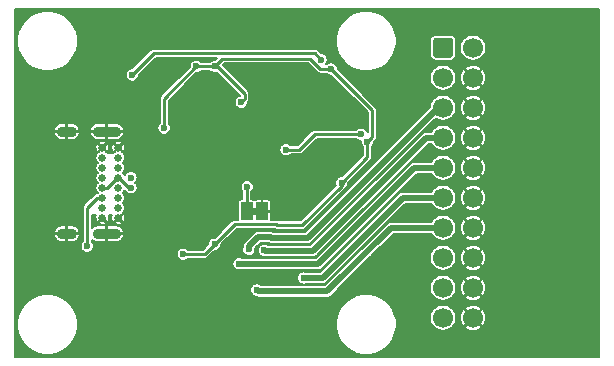
<source format=gbl>
G04 #@! TF.GenerationSoftware,KiCad,Pcbnew,(5.1.8-0-10_14)*
G04 #@! TF.CreationDate,2021-07-18T19:29:47+09:00*
G04 #@! TF.ProjectId,ft2232_jtag_tap,66743232-3332-45f6-9a74-61675f746170,rev?*
G04 #@! TF.SameCoordinates,Original*
G04 #@! TF.FileFunction,Copper,L2,Bot*
G04 #@! TF.FilePolarity,Positive*
%FSLAX46Y46*%
G04 Gerber Fmt 4.6, Leading zero omitted, Abs format (unit mm)*
G04 Created by KiCad (PCBNEW (5.1.8-0-10_14)) date 2021-07-18 19:29:47*
%MOMM*%
%LPD*%
G01*
G04 APERTURE LIST*
G04 #@! TA.AperFunction,EtchedComponent*
%ADD10C,0.100000*%
G04 #@! TD*
G04 #@! TA.AperFunction,ComponentPad*
%ADD11C,1.700000*%
G04 #@! TD*
G04 #@! TA.AperFunction,ComponentPad*
%ADD12O,1.700000X0.900000*%
G04 #@! TD*
G04 #@! TA.AperFunction,ComponentPad*
%ADD13O,2.400000X0.900000*%
G04 #@! TD*
G04 #@! TA.AperFunction,ComponentPad*
%ADD14C,0.650000*%
G04 #@! TD*
G04 #@! TA.AperFunction,SMDPad,CuDef*
%ADD15R,1.000000X1.500000*%
G04 #@! TD*
G04 #@! TA.AperFunction,ViaPad*
%ADD16C,0.600000*%
G04 #@! TD*
G04 #@! TA.AperFunction,Conductor*
%ADD17C,0.250000*%
G04 #@! TD*
G04 #@! TA.AperFunction,Conductor*
%ADD18C,0.200000*%
G04 #@! TD*
G04 #@! TA.AperFunction,Conductor*
%ADD19C,0.300000*%
G04 #@! TD*
G04 #@! TA.AperFunction,Conductor*
%ADD20C,0.500000*%
G04 #@! TD*
G04 #@! TA.AperFunction,Conductor*
%ADD21C,0.127000*%
G04 #@! TD*
G04 #@! TA.AperFunction,Conductor*
%ADD22C,0.100000*%
G04 #@! TD*
G04 APERTURE END LIST*
D10*
G36*
X70270000Y-117730000D02*
G01*
X70770000Y-117730000D01*
X70770000Y-117130000D01*
X70270000Y-117130000D01*
X70270000Y-117730000D01*
G37*
D11*
X89040000Y-126430000D03*
X89040000Y-123890000D03*
X89040000Y-121350000D03*
X89040000Y-118810000D03*
X89040000Y-116270000D03*
X89040000Y-113730000D03*
X89040000Y-111190000D03*
X89040000Y-108650000D03*
X89040000Y-106110000D03*
X89040000Y-103570000D03*
X86500000Y-126430000D03*
X86500000Y-123890000D03*
X86500000Y-121350000D03*
X86500000Y-118810000D03*
X86500000Y-116270000D03*
X86500000Y-113730000D03*
X86500000Y-111190000D03*
X86500000Y-108650000D03*
X86500000Y-106110000D03*
G04 #@! TA.AperFunction,ComponentPad*
G36*
G01*
X85650000Y-104170000D02*
X85650000Y-102970000D01*
G75*
G02*
X85900000Y-102720000I250000J0D01*
G01*
X87100000Y-102720000D01*
G75*
G02*
X87350000Y-102970000I0J-250000D01*
G01*
X87350000Y-104170000D01*
G75*
G02*
X87100000Y-104420000I-250000J0D01*
G01*
X85900000Y-104420000D01*
G75*
G02*
X85650000Y-104170000I0J250000D01*
G01*
G37*
G04 #@! TD.AperFunction*
D12*
X54640000Y-119325000D03*
X54640000Y-110675000D03*
D13*
X58020000Y-119325000D03*
X58020000Y-110675000D03*
D14*
X57650000Y-115425000D03*
X57650000Y-117975000D03*
X57650000Y-117125000D03*
X57650000Y-116275000D03*
X57650000Y-112025000D03*
X57650000Y-113725000D03*
X57650000Y-114575000D03*
X57650000Y-112875000D03*
X59000000Y-117975000D03*
X59000000Y-117125000D03*
X59000000Y-116275000D03*
X59000000Y-115425000D03*
X59000000Y-114575000D03*
X59000000Y-113725000D03*
X59000000Y-112875000D03*
X59000000Y-112025000D03*
D15*
X71170000Y-117430000D03*
X69870000Y-117430000D03*
D16*
X72390000Y-115062000D03*
X71628000Y-115062000D03*
X71628000Y-115824000D03*
X72390000Y-115824000D03*
X73152000Y-115824000D03*
X73152000Y-115062000D03*
X73152000Y-114300000D03*
X72390000Y-114300000D03*
X71628000Y-114300000D03*
X72680000Y-103240000D03*
X55430000Y-101000000D03*
X59000000Y-101000000D03*
X63000000Y-101000000D03*
X67000000Y-101000000D03*
X71000000Y-101000000D03*
X75000000Y-101000000D03*
X83000000Y-101000000D03*
X87000000Y-101000000D03*
X91000000Y-101000000D03*
X95000000Y-101000000D03*
X99000000Y-101000000D03*
X55440000Y-129000000D03*
X59000000Y-129000000D03*
X63000000Y-129000000D03*
X67000000Y-129000000D03*
X71000000Y-129000000D03*
X75000000Y-129000000D03*
X77500000Y-129000000D03*
X83000000Y-129000000D03*
X87000000Y-129000000D03*
X91000000Y-129000000D03*
X95000000Y-129000000D03*
X51010000Y-105390000D03*
X51000000Y-109000000D03*
X51000000Y-113000000D03*
X51000000Y-117000000D03*
X51000000Y-121000000D03*
X51000000Y-124640000D03*
X99000000Y-105000000D03*
X99000000Y-109000000D03*
X99000000Y-113000000D03*
X99000000Y-117000000D03*
X99000000Y-121000000D03*
X99000000Y-125000000D03*
X99000000Y-129000000D03*
X77500000Y-101000000D03*
X61340000Y-110370000D03*
X74676000Y-105410007D03*
X73496265Y-105406265D03*
X75405000Y-112505000D03*
X65169998Y-110610000D03*
X63790000Y-110500000D03*
X64730000Y-108940000D03*
X60060000Y-102810000D03*
X59020000Y-121520000D03*
X63499996Y-116929996D03*
X63480002Y-118470000D03*
X69930000Y-112040000D03*
X72190000Y-112160000D03*
X67130000Y-116980000D03*
X68210000Y-102580000D03*
X72890000Y-109490000D03*
X79590000Y-109380000D03*
X68792553Y-107436452D03*
X60140000Y-109070000D03*
X60150000Y-107460000D03*
X74388564Y-117898564D03*
X68279992Y-122570000D03*
X70110000Y-106320000D03*
X72470000Y-117430000D03*
X69180000Y-109570000D03*
X78020000Y-105200000D03*
X85230000Y-104930000D03*
X85270000Y-107400000D03*
X81150000Y-112290000D03*
X83030000Y-110140000D03*
X84500000Y-108520000D03*
X81440000Y-109030000D03*
X79650000Y-106950000D03*
X92200000Y-103570000D03*
X92200000Y-107570000D03*
X92200000Y-111570000D03*
X92200000Y-115570000D03*
X92200000Y-119570000D03*
X92200000Y-123570000D03*
X92200000Y-127570000D03*
X82420000Y-119740000D03*
X72140000Y-125340000D03*
X74980000Y-126090000D03*
X76950000Y-126100000D03*
X79850000Y-123180000D03*
X85140000Y-123190000D03*
X82660000Y-123180000D03*
X85190000Y-119770000D03*
X82520000Y-117990000D03*
X83600000Y-115430000D03*
X84530000Y-112880000D03*
X83500000Y-117110000D03*
X84590000Y-114550000D03*
X65660000Y-121710000D03*
X67100000Y-121710000D03*
X60090000Y-116910000D03*
X60310000Y-111190000D03*
X67090000Y-119100000D03*
X76220000Y-103230000D03*
X64660000Y-105030000D03*
X64840000Y-106810000D03*
X63810000Y-108240000D03*
X68326000Y-105156000D03*
X69342000Y-105156000D03*
X63310000Y-106260000D03*
X81280000Y-110998000D03*
X74930000Y-116332000D03*
X74930000Y-113284000D03*
X74930000Y-114808000D03*
X66910000Y-110590000D03*
X56440000Y-105090000D03*
X56460000Y-103530000D03*
X58120000Y-101790000D03*
X58120000Y-106660000D03*
X58160000Y-103580000D03*
X56370000Y-112840000D03*
X56350000Y-114410000D03*
X56350000Y-116080000D03*
X60070000Y-105000000D03*
X62290000Y-104810000D03*
X61050000Y-105980000D03*
X63020000Y-103340000D03*
X73400000Y-122720000D03*
X73390000Y-123430000D03*
X71480000Y-123030000D03*
X69980000Y-122670000D03*
X76030000Y-111530000D03*
X62880000Y-110380000D03*
X67160000Y-105150000D03*
X65610000Y-105150000D03*
X64500000Y-121050000D03*
X69415010Y-108190000D03*
X77023006Y-105363002D03*
X80100000Y-111560000D03*
X67160004Y-120200000D03*
X77919770Y-115003770D03*
X60180000Y-105870000D03*
X76166167Y-104570066D03*
X56370000Y-120380000D03*
X70720000Y-124090000D03*
X74685272Y-123055979D03*
X69230000Y-121860000D03*
X71374008Y-120730048D03*
X70049990Y-120650000D03*
X60077483Y-114557495D03*
X60080000Y-115419998D03*
X79570000Y-110900000D03*
X73200000Y-112200000D03*
X69920000Y-115350000D03*
D17*
X72000000Y-102560000D02*
X72680000Y-103240000D01*
X68230000Y-102560000D02*
X72000000Y-102560000D01*
X68210000Y-102580000D02*
X68230000Y-102560000D01*
X72170000Y-112140000D02*
X72190000Y-112160000D01*
X72170000Y-106670000D02*
X72170000Y-112140000D01*
X73433735Y-105406265D02*
X72170000Y-106670000D01*
X73496265Y-105406265D02*
X73433735Y-105406265D01*
X79480000Y-109490000D02*
X79590000Y-109380000D01*
X72890000Y-109490000D02*
X79480000Y-109490000D01*
X63550000Y-116980000D02*
X63499996Y-116929996D01*
X67130000Y-116980000D02*
X63550000Y-116980000D01*
X63499996Y-118450006D02*
X63480002Y-118470000D01*
X63499996Y-116929996D02*
X63499996Y-118450006D01*
X68492554Y-110602554D02*
X68492554Y-107736451D01*
X68492554Y-107736451D02*
X68792553Y-107436452D01*
X69930000Y-112040000D02*
X68492554Y-110602554D01*
X68086101Y-106730000D02*
X68792553Y-107436452D01*
X66940000Y-106730000D02*
X68086101Y-106730000D01*
X64730000Y-108940000D02*
X66940000Y-106730000D01*
X65059998Y-110500000D02*
X65169998Y-110610000D01*
X63790000Y-110500000D02*
X65059998Y-110500000D01*
X68500000Y-110610000D02*
X69930000Y-112040000D01*
X65169998Y-110610000D02*
X66682000Y-110610000D01*
X63284999Y-111005001D02*
X63790000Y-110500000D01*
X61975001Y-111005001D02*
X63284999Y-111005001D01*
X61340000Y-110370000D02*
X61975001Y-111005001D01*
D18*
X68280000Y-121355000D02*
X68280000Y-122570000D01*
X68569001Y-121065999D02*
X68280000Y-121355000D01*
X69577987Y-121065999D02*
X68569001Y-121065999D01*
D17*
X73920000Y-117430000D02*
X74388564Y-117898564D01*
X71170000Y-117430000D02*
X72470000Y-117430000D01*
X72470000Y-117430000D02*
X73920000Y-117430000D01*
D18*
X69408002Y-122570000D02*
X68280000Y-122570000D01*
X69538001Y-122440001D02*
X69408002Y-122570000D01*
X87889999Y-114880001D02*
X83700501Y-114880001D01*
X89040000Y-113730000D02*
X87889999Y-114880001D01*
X72192641Y-122430080D02*
X72117654Y-122505067D01*
X69622909Y-122505067D02*
X69547922Y-122430080D01*
X83700501Y-114880001D02*
X76150422Y-122430080D01*
X73079093Y-122505067D02*
X69622909Y-122505067D01*
X76150422Y-122430080D02*
X72192641Y-122430080D01*
X69603067Y-122505067D02*
X69538001Y-122440001D01*
X72117654Y-122505067D02*
X69603067Y-122505067D01*
X73154080Y-122430080D02*
X73079093Y-122505067D01*
D17*
X66682000Y-110610000D02*
X68500000Y-110610000D01*
D18*
X74335980Y-123655980D02*
X73400000Y-122720000D01*
X87889999Y-117420001D02*
X82716167Y-117420001D01*
X82716167Y-117420001D02*
X76480188Y-123655980D01*
X89040000Y-116270000D02*
X87889999Y-117420001D01*
X76480188Y-123655980D02*
X74335980Y-123655980D01*
D19*
X68279992Y-122994264D02*
X68279992Y-122570000D01*
X70095728Y-124810000D02*
X68279992Y-122994264D01*
X89040000Y-118810000D02*
X87839999Y-120010001D01*
X81779999Y-120010001D02*
X76980000Y-124810000D01*
X76980000Y-124810000D02*
X70095728Y-124810000D01*
X87839999Y-120010001D02*
X81779999Y-120010001D01*
X72213349Y-119055011D02*
X72138363Y-118980025D01*
D18*
X70773998Y-120439966D02*
X70773998Y-120813994D01*
X71083917Y-120130047D02*
X70773998Y-120439966D01*
X89040000Y-108650000D02*
X87889999Y-109800001D01*
X75694778Y-121330058D02*
X69842046Y-121330058D01*
D19*
X68280000Y-121307588D02*
X68280000Y-122570000D01*
D18*
X75264136Y-120205033D02*
X71736995Y-120205033D01*
X87889999Y-109800001D02*
X85669169Y-109800001D01*
X71736995Y-120205033D02*
X71662009Y-120130047D01*
X69842046Y-121330058D02*
X69577987Y-121065999D01*
X71662009Y-120130047D02*
X71083917Y-120130047D01*
X70337991Y-121250001D02*
X69761989Y-121250001D01*
X87889999Y-112340001D02*
X84684835Y-112340001D01*
X84684835Y-112340001D02*
X75694778Y-121330058D01*
X85669169Y-109800001D02*
X75264136Y-120205033D01*
X69761989Y-121250001D02*
X69577987Y-121065999D01*
D19*
X70607563Y-118980025D02*
X68280000Y-121307588D01*
D18*
X70773998Y-120813994D02*
X70337991Y-121250001D01*
X89040000Y-111190000D02*
X87889999Y-112340001D01*
D19*
X85923999Y-107449999D02*
X85299999Y-108073999D01*
X85299999Y-108073999D02*
X85299999Y-108542795D01*
X74787782Y-119055011D02*
X72213349Y-119055011D01*
X85299999Y-108542795D02*
X74787782Y-119055011D01*
X87700001Y-107449999D02*
X85923999Y-107449999D01*
X89040000Y-106110000D02*
X87700001Y-107449999D01*
X72138363Y-118980025D02*
X70607563Y-118980025D01*
D17*
X67160000Y-105150000D02*
X65610000Y-105150000D01*
X62880000Y-107880000D02*
X62880000Y-110380000D01*
X65610000Y-105150000D02*
X62880000Y-107880000D01*
X75211097Y-104500000D02*
X76074099Y-105363002D01*
X76074099Y-105363002D02*
X77023006Y-105363002D01*
X67810000Y-104500000D02*
X75211097Y-104500000D01*
X67160000Y-105150000D02*
X67810000Y-104500000D01*
X67390000Y-105150000D02*
X67160000Y-105150000D01*
X69715009Y-107475009D02*
X67390000Y-105150000D01*
X69715009Y-107890001D02*
X69715009Y-107475009D01*
X69415010Y-108190000D02*
X69715009Y-107890001D01*
X80499999Y-108839995D02*
X80499999Y-111160001D01*
X77023006Y-105363002D02*
X80499999Y-108839995D01*
X80499999Y-111160001D02*
X80100000Y-111560000D01*
X66310004Y-121050000D02*
X67160004Y-120200000D01*
X64500000Y-121050000D02*
X66310004Y-121050000D01*
X80100000Y-111560000D02*
X80100000Y-112823540D01*
X80100000Y-112823540D02*
X77919770Y-115003770D01*
X74591027Y-118580000D02*
X77919770Y-115251258D01*
X72335118Y-118505014D02*
X72410104Y-118580000D01*
X77919770Y-115251258D02*
X77919770Y-115003770D01*
X68854990Y-118505014D02*
X72335118Y-118505014D01*
X67160004Y-120200000D02*
X68854990Y-118505014D01*
X72410104Y-118580000D02*
X74591027Y-118580000D01*
X60180000Y-105870000D02*
X62009999Y-104040001D01*
X62009999Y-104040001D02*
X75636102Y-104040001D01*
X75636102Y-104040001D02*
X76166167Y-104570066D01*
X57190381Y-116275000D02*
X56370000Y-117095381D01*
X56370000Y-117095381D02*
X56370000Y-120380000D01*
X57650000Y-116275000D02*
X57190381Y-116275000D01*
D20*
X86500000Y-118810000D02*
X82104000Y-118810000D01*
X82104000Y-118810000D02*
X76708000Y-124206000D01*
X70836000Y-124206000D02*
X70720000Y-124090000D01*
X76708000Y-124206000D02*
X70836000Y-124206000D01*
X83088335Y-116270000D02*
X76302356Y-123055979D01*
X76302356Y-123055979D02*
X74685272Y-123055979D01*
X86500000Y-116270000D02*
X83088335Y-116270000D01*
X69250069Y-121880069D02*
X69230000Y-121860000D01*
X75922600Y-121880069D02*
X69250069Y-121880069D01*
X86500000Y-113730000D02*
X84072669Y-113730000D01*
X84072669Y-113730000D02*
X75922600Y-121880069D01*
X85057003Y-111190000D02*
X75483050Y-120763953D01*
X71407913Y-120763953D02*
X71374008Y-120730048D01*
X86500000Y-111190000D02*
X85057003Y-111190000D01*
X75483050Y-120763953D02*
X71407913Y-120763953D01*
X86041337Y-108650000D02*
X75036314Y-119655022D01*
X71964817Y-119655022D02*
X71889831Y-119580036D01*
X70856096Y-119580036D02*
X70049990Y-120386142D01*
X70049990Y-120386142D02*
X70049990Y-120650000D01*
X71889831Y-119580036D02*
X70856096Y-119580036D01*
X86500000Y-108650000D02*
X86041337Y-108650000D01*
X75036314Y-119655022D02*
X71964817Y-119655022D01*
D17*
X58887998Y-114575000D02*
X59000000Y-114575000D01*
X58037998Y-115425000D02*
X58887998Y-114575000D01*
X57650000Y-115425000D02*
X58037998Y-115425000D01*
X59915003Y-115419998D02*
X60060000Y-115419998D01*
X59070005Y-114575000D02*
X59915003Y-115419998D01*
X59000000Y-114575000D02*
X59070005Y-114575000D01*
X74340000Y-112200000D02*
X73200000Y-112200000D01*
X75640000Y-110900000D02*
X74340000Y-112200000D01*
X79570000Y-110900000D02*
X75640000Y-110900000D01*
X69870000Y-117430000D02*
X69870000Y-115400000D01*
X69870000Y-115400000D02*
X69920000Y-115350000D01*
D21*
X99711500Y-129711500D02*
X50288500Y-129711500D01*
X50288500Y-126747517D01*
X50436500Y-126747517D01*
X50436500Y-127252483D01*
X50535014Y-127747745D01*
X50728255Y-128214273D01*
X51008799Y-128634136D01*
X51365864Y-128991201D01*
X51785727Y-129271745D01*
X52252255Y-129464986D01*
X52747517Y-129563500D01*
X53252483Y-129563500D01*
X53747745Y-129464986D01*
X54214273Y-129271745D01*
X54634136Y-128991201D01*
X54991201Y-128634136D01*
X55271745Y-128214273D01*
X55464986Y-127747745D01*
X55563500Y-127252483D01*
X55563500Y-126747517D01*
X77436500Y-126747517D01*
X77436500Y-127252483D01*
X77535014Y-127747745D01*
X77728255Y-128214273D01*
X78008799Y-128634136D01*
X78365864Y-128991201D01*
X78785727Y-129271745D01*
X79252255Y-129464986D01*
X79747517Y-129563500D01*
X80252483Y-129563500D01*
X80747745Y-129464986D01*
X81214273Y-129271745D01*
X81634136Y-128991201D01*
X81991201Y-128634136D01*
X82271745Y-128214273D01*
X82464986Y-127747745D01*
X82563500Y-127252483D01*
X82563500Y-126747517D01*
X82478527Y-126320330D01*
X85386500Y-126320330D01*
X85386500Y-126539670D01*
X85429291Y-126754796D01*
X85513229Y-126957440D01*
X85635088Y-127139815D01*
X85790185Y-127294912D01*
X85972560Y-127416771D01*
X86175204Y-127500709D01*
X86390330Y-127543500D01*
X86609670Y-127543500D01*
X86824796Y-127500709D01*
X87027440Y-127416771D01*
X87209815Y-127294912D01*
X87304773Y-127199954D01*
X88321664Y-127199954D01*
X88412214Y-127356171D01*
X88604964Y-127460850D01*
X88814432Y-127525914D01*
X89032568Y-127548862D01*
X89250990Y-127528814D01*
X89461304Y-127466538D01*
X89655428Y-127364429D01*
X89667786Y-127356171D01*
X89758336Y-127199954D01*
X89040000Y-126481619D01*
X88321664Y-127199954D01*
X87304773Y-127199954D01*
X87364912Y-127139815D01*
X87486771Y-126957440D01*
X87570709Y-126754796D01*
X87613500Y-126539670D01*
X87613500Y-126422568D01*
X87921138Y-126422568D01*
X87941186Y-126640990D01*
X88003462Y-126851304D01*
X88105571Y-127045428D01*
X88113829Y-127057786D01*
X88270046Y-127148336D01*
X88988381Y-126430000D01*
X89091619Y-126430000D01*
X89809954Y-127148336D01*
X89966171Y-127057786D01*
X90070850Y-126865036D01*
X90135914Y-126655568D01*
X90158862Y-126437432D01*
X90138814Y-126219010D01*
X90076538Y-126008696D01*
X89974429Y-125814572D01*
X89966171Y-125802214D01*
X89809954Y-125711664D01*
X89091619Y-126430000D01*
X88988381Y-126430000D01*
X88270046Y-125711664D01*
X88113829Y-125802214D01*
X88009150Y-125994964D01*
X87944086Y-126204432D01*
X87921138Y-126422568D01*
X87613500Y-126422568D01*
X87613500Y-126320330D01*
X87570709Y-126105204D01*
X87486771Y-125902560D01*
X87364912Y-125720185D01*
X87304773Y-125660046D01*
X88321664Y-125660046D01*
X89040000Y-126378381D01*
X89758336Y-125660046D01*
X89667786Y-125503829D01*
X89475036Y-125399150D01*
X89265568Y-125334086D01*
X89047432Y-125311138D01*
X88829010Y-125331186D01*
X88618696Y-125393462D01*
X88424572Y-125495571D01*
X88412214Y-125503829D01*
X88321664Y-125660046D01*
X87304773Y-125660046D01*
X87209815Y-125565088D01*
X87027440Y-125443229D01*
X86824796Y-125359291D01*
X86609670Y-125316500D01*
X86390330Y-125316500D01*
X86175204Y-125359291D01*
X85972560Y-125443229D01*
X85790185Y-125565088D01*
X85635088Y-125720185D01*
X85513229Y-125902560D01*
X85429291Y-126105204D01*
X85386500Y-126320330D01*
X82478527Y-126320330D01*
X82464986Y-126252255D01*
X82271745Y-125785727D01*
X81991201Y-125365864D01*
X81634136Y-125008799D01*
X81214273Y-124728255D01*
X80747745Y-124535014D01*
X80252483Y-124436500D01*
X79747517Y-124436500D01*
X79252255Y-124535014D01*
X78785727Y-124728255D01*
X78365864Y-125008799D01*
X78008799Y-125365864D01*
X77728255Y-125785727D01*
X77535014Y-126252255D01*
X77436500Y-126747517D01*
X55563500Y-126747517D01*
X55464986Y-126252255D01*
X55271745Y-125785727D01*
X54991201Y-125365864D01*
X54634136Y-125008799D01*
X54214273Y-124728255D01*
X53747745Y-124535014D01*
X53252483Y-124436500D01*
X52747517Y-124436500D01*
X52252255Y-124535014D01*
X51785727Y-124728255D01*
X51365864Y-125008799D01*
X51008799Y-125365864D01*
X50728255Y-125785727D01*
X50535014Y-126252255D01*
X50436500Y-126747517D01*
X50288500Y-126747517D01*
X50288500Y-124034500D01*
X70156500Y-124034500D01*
X70156500Y-124145500D01*
X70178155Y-124254367D01*
X70220632Y-124356918D01*
X70282301Y-124449211D01*
X70360789Y-124527699D01*
X70453082Y-124589368D01*
X70535094Y-124623337D01*
X70549335Y-124635025D01*
X70638541Y-124682707D01*
X70735337Y-124712070D01*
X70810778Y-124719500D01*
X70810781Y-124719500D01*
X70836000Y-124721984D01*
X70861219Y-124719500D01*
X76682781Y-124719500D01*
X76708000Y-124721984D01*
X76733219Y-124719500D01*
X76733222Y-124719500D01*
X76808663Y-124712070D01*
X76905459Y-124682707D01*
X76960101Y-124653500D01*
X76994666Y-124635025D01*
X77014827Y-124618479D01*
X77072856Y-124570856D01*
X77088942Y-124551255D01*
X77859867Y-123780330D01*
X85386500Y-123780330D01*
X85386500Y-123999670D01*
X85429291Y-124214796D01*
X85513229Y-124417440D01*
X85635088Y-124599815D01*
X85790185Y-124754912D01*
X85972560Y-124876771D01*
X86175204Y-124960709D01*
X86390330Y-125003500D01*
X86609670Y-125003500D01*
X86824796Y-124960709D01*
X87027440Y-124876771D01*
X87209815Y-124754912D01*
X87304773Y-124659954D01*
X88321664Y-124659954D01*
X88412214Y-124816171D01*
X88604964Y-124920850D01*
X88814432Y-124985914D01*
X89032568Y-125008862D01*
X89250990Y-124988814D01*
X89461304Y-124926538D01*
X89655428Y-124824429D01*
X89667786Y-124816171D01*
X89758336Y-124659954D01*
X89040000Y-123941619D01*
X88321664Y-124659954D01*
X87304773Y-124659954D01*
X87364912Y-124599815D01*
X87486771Y-124417440D01*
X87570709Y-124214796D01*
X87613500Y-123999670D01*
X87613500Y-123882568D01*
X87921138Y-123882568D01*
X87941186Y-124100990D01*
X88003462Y-124311304D01*
X88105571Y-124505428D01*
X88113829Y-124517786D01*
X88270046Y-124608336D01*
X88988381Y-123890000D01*
X89091619Y-123890000D01*
X89809954Y-124608336D01*
X89966171Y-124517786D01*
X90070850Y-124325036D01*
X90135914Y-124115568D01*
X90158862Y-123897432D01*
X90138814Y-123679010D01*
X90076538Y-123468696D01*
X89974429Y-123274572D01*
X89966171Y-123262214D01*
X89809954Y-123171664D01*
X89091619Y-123890000D01*
X88988381Y-123890000D01*
X88270046Y-123171664D01*
X88113829Y-123262214D01*
X88009150Y-123454964D01*
X87944086Y-123664432D01*
X87921138Y-123882568D01*
X87613500Y-123882568D01*
X87613500Y-123780330D01*
X87570709Y-123565204D01*
X87486771Y-123362560D01*
X87364912Y-123180185D01*
X87304773Y-123120046D01*
X88321664Y-123120046D01*
X89040000Y-123838381D01*
X89758336Y-123120046D01*
X89667786Y-122963829D01*
X89475036Y-122859150D01*
X89265568Y-122794086D01*
X89047432Y-122771138D01*
X88829010Y-122791186D01*
X88618696Y-122853462D01*
X88424572Y-122955571D01*
X88412214Y-122963829D01*
X88321664Y-123120046D01*
X87304773Y-123120046D01*
X87209815Y-123025088D01*
X87027440Y-122903229D01*
X86824796Y-122819291D01*
X86609670Y-122776500D01*
X86390330Y-122776500D01*
X86175204Y-122819291D01*
X85972560Y-122903229D01*
X85790185Y-123025088D01*
X85635088Y-123180185D01*
X85513229Y-123362560D01*
X85429291Y-123565204D01*
X85386500Y-123780330D01*
X77859867Y-123780330D01*
X80399867Y-121240330D01*
X85386500Y-121240330D01*
X85386500Y-121459670D01*
X85429291Y-121674796D01*
X85513229Y-121877440D01*
X85635088Y-122059815D01*
X85790185Y-122214912D01*
X85972560Y-122336771D01*
X86175204Y-122420709D01*
X86390330Y-122463500D01*
X86609670Y-122463500D01*
X86824796Y-122420709D01*
X87027440Y-122336771D01*
X87209815Y-122214912D01*
X87304773Y-122119954D01*
X88321664Y-122119954D01*
X88412214Y-122276171D01*
X88604964Y-122380850D01*
X88814432Y-122445914D01*
X89032568Y-122468862D01*
X89250990Y-122448814D01*
X89461304Y-122386538D01*
X89655428Y-122284429D01*
X89667786Y-122276171D01*
X89758336Y-122119954D01*
X89040000Y-121401619D01*
X88321664Y-122119954D01*
X87304773Y-122119954D01*
X87364912Y-122059815D01*
X87486771Y-121877440D01*
X87570709Y-121674796D01*
X87613500Y-121459670D01*
X87613500Y-121342568D01*
X87921138Y-121342568D01*
X87941186Y-121560990D01*
X88003462Y-121771304D01*
X88105571Y-121965428D01*
X88113829Y-121977786D01*
X88270046Y-122068336D01*
X88988381Y-121350000D01*
X89091619Y-121350000D01*
X89809954Y-122068336D01*
X89966171Y-121977786D01*
X90070850Y-121785036D01*
X90135914Y-121575568D01*
X90158862Y-121357432D01*
X90138814Y-121139010D01*
X90076538Y-120928696D01*
X89974429Y-120734572D01*
X89966171Y-120722214D01*
X89809954Y-120631664D01*
X89091619Y-121350000D01*
X88988381Y-121350000D01*
X88270046Y-120631664D01*
X88113829Y-120722214D01*
X88009150Y-120914964D01*
X87944086Y-121124432D01*
X87921138Y-121342568D01*
X87613500Y-121342568D01*
X87613500Y-121240330D01*
X87570709Y-121025204D01*
X87486771Y-120822560D01*
X87364912Y-120640185D01*
X87304773Y-120580046D01*
X88321664Y-120580046D01*
X89040000Y-121298381D01*
X89758336Y-120580046D01*
X89667786Y-120423829D01*
X89475036Y-120319150D01*
X89265568Y-120254086D01*
X89047432Y-120231138D01*
X88829010Y-120251186D01*
X88618696Y-120313462D01*
X88424572Y-120415571D01*
X88412214Y-120423829D01*
X88321664Y-120580046D01*
X87304773Y-120580046D01*
X87209815Y-120485088D01*
X87027440Y-120363229D01*
X86824796Y-120279291D01*
X86609670Y-120236500D01*
X86390330Y-120236500D01*
X86175204Y-120279291D01*
X85972560Y-120363229D01*
X85790185Y-120485088D01*
X85635088Y-120640185D01*
X85513229Y-120822560D01*
X85429291Y-121025204D01*
X85386500Y-121240330D01*
X80399867Y-121240330D01*
X82316698Y-119323500D01*
X85507455Y-119323500D01*
X85513229Y-119337440D01*
X85635088Y-119519815D01*
X85790185Y-119674912D01*
X85972560Y-119796771D01*
X86175204Y-119880709D01*
X86390330Y-119923500D01*
X86609670Y-119923500D01*
X86824796Y-119880709D01*
X87027440Y-119796771D01*
X87209815Y-119674912D01*
X87304773Y-119579954D01*
X88321664Y-119579954D01*
X88412214Y-119736171D01*
X88604964Y-119840850D01*
X88814432Y-119905914D01*
X89032568Y-119928862D01*
X89250990Y-119908814D01*
X89461304Y-119846538D01*
X89655428Y-119744429D01*
X89667786Y-119736171D01*
X89758336Y-119579954D01*
X89040000Y-118861619D01*
X88321664Y-119579954D01*
X87304773Y-119579954D01*
X87364912Y-119519815D01*
X87486771Y-119337440D01*
X87570709Y-119134796D01*
X87613500Y-118919670D01*
X87613500Y-118802568D01*
X87921138Y-118802568D01*
X87941186Y-119020990D01*
X88003462Y-119231304D01*
X88105571Y-119425428D01*
X88113829Y-119437786D01*
X88270046Y-119528336D01*
X88988381Y-118810000D01*
X89091619Y-118810000D01*
X89809954Y-119528336D01*
X89966171Y-119437786D01*
X90070850Y-119245036D01*
X90135914Y-119035568D01*
X90158862Y-118817432D01*
X90138814Y-118599010D01*
X90076538Y-118388696D01*
X89974429Y-118194572D01*
X89966171Y-118182214D01*
X89809954Y-118091664D01*
X89091619Y-118810000D01*
X88988381Y-118810000D01*
X88270046Y-118091664D01*
X88113829Y-118182214D01*
X88009150Y-118374964D01*
X87944086Y-118584432D01*
X87921138Y-118802568D01*
X87613500Y-118802568D01*
X87613500Y-118700330D01*
X87570709Y-118485204D01*
X87486771Y-118282560D01*
X87364912Y-118100185D01*
X87304773Y-118040046D01*
X88321664Y-118040046D01*
X89040000Y-118758381D01*
X89758336Y-118040046D01*
X89667786Y-117883829D01*
X89475036Y-117779150D01*
X89265568Y-117714086D01*
X89047432Y-117691138D01*
X88829010Y-117711186D01*
X88618696Y-117773462D01*
X88424572Y-117875571D01*
X88412214Y-117883829D01*
X88321664Y-118040046D01*
X87304773Y-118040046D01*
X87209815Y-117945088D01*
X87027440Y-117823229D01*
X86824796Y-117739291D01*
X86609670Y-117696500D01*
X86390330Y-117696500D01*
X86175204Y-117739291D01*
X85972560Y-117823229D01*
X85790185Y-117945088D01*
X85635088Y-118100185D01*
X85513229Y-118282560D01*
X85507455Y-118296500D01*
X82129216Y-118296500D01*
X82103999Y-118294016D01*
X82078782Y-118296500D01*
X82078778Y-118296500D01*
X82003337Y-118303930D01*
X81906541Y-118333293D01*
X81817333Y-118380976D01*
X81790205Y-118403240D01*
X81739144Y-118445144D01*
X81723063Y-118464739D01*
X76495303Y-123692500D01*
X71119410Y-123692500D01*
X71079211Y-123652301D01*
X70986918Y-123590632D01*
X70884367Y-123548155D01*
X70775500Y-123526500D01*
X70664500Y-123526500D01*
X70555633Y-123548155D01*
X70453082Y-123590632D01*
X70360789Y-123652301D01*
X70282301Y-123730789D01*
X70220632Y-123823082D01*
X70178155Y-123925633D01*
X70156500Y-124034500D01*
X50288500Y-124034500D01*
X50288500Y-123000479D01*
X74121772Y-123000479D01*
X74121772Y-123111479D01*
X74143427Y-123220346D01*
X74185904Y-123322897D01*
X74247573Y-123415190D01*
X74326061Y-123493678D01*
X74418354Y-123555347D01*
X74520905Y-123597824D01*
X74629772Y-123619479D01*
X74740772Y-123619479D01*
X74849639Y-123597824D01*
X74918072Y-123569479D01*
X76277137Y-123569479D01*
X76302356Y-123571963D01*
X76327575Y-123569479D01*
X76327578Y-123569479D01*
X76403019Y-123562049D01*
X76499815Y-123532686D01*
X76544418Y-123508845D01*
X76589022Y-123485004D01*
X76609183Y-123468458D01*
X76667212Y-123420835D01*
X76683298Y-123401234D01*
X83301034Y-116783500D01*
X85507455Y-116783500D01*
X85513229Y-116797440D01*
X85635088Y-116979815D01*
X85790185Y-117134912D01*
X85972560Y-117256771D01*
X86175204Y-117340709D01*
X86390330Y-117383500D01*
X86609670Y-117383500D01*
X86824796Y-117340709D01*
X87027440Y-117256771D01*
X87209815Y-117134912D01*
X87304773Y-117039954D01*
X88321664Y-117039954D01*
X88412214Y-117196171D01*
X88604964Y-117300850D01*
X88814432Y-117365914D01*
X89032568Y-117388862D01*
X89250990Y-117368814D01*
X89461304Y-117306538D01*
X89655428Y-117204429D01*
X89667786Y-117196171D01*
X89758336Y-117039954D01*
X89040000Y-116321619D01*
X88321664Y-117039954D01*
X87304773Y-117039954D01*
X87364912Y-116979815D01*
X87486771Y-116797440D01*
X87570709Y-116594796D01*
X87613500Y-116379670D01*
X87613500Y-116262568D01*
X87921138Y-116262568D01*
X87941186Y-116480990D01*
X88003462Y-116691304D01*
X88105571Y-116885428D01*
X88113829Y-116897786D01*
X88270046Y-116988336D01*
X88988381Y-116270000D01*
X89091619Y-116270000D01*
X89809954Y-116988336D01*
X89966171Y-116897786D01*
X90070850Y-116705036D01*
X90135914Y-116495568D01*
X90158862Y-116277432D01*
X90138814Y-116059010D01*
X90076538Y-115848696D01*
X89974429Y-115654572D01*
X89966171Y-115642214D01*
X89809954Y-115551664D01*
X89091619Y-116270000D01*
X88988381Y-116270000D01*
X88270046Y-115551664D01*
X88113829Y-115642214D01*
X88009150Y-115834964D01*
X87944086Y-116044432D01*
X87921138Y-116262568D01*
X87613500Y-116262568D01*
X87613500Y-116160330D01*
X87570709Y-115945204D01*
X87486771Y-115742560D01*
X87364912Y-115560185D01*
X87304773Y-115500046D01*
X88321664Y-115500046D01*
X89040000Y-116218381D01*
X89758336Y-115500046D01*
X89667786Y-115343829D01*
X89475036Y-115239150D01*
X89265568Y-115174086D01*
X89047432Y-115151138D01*
X88829010Y-115171186D01*
X88618696Y-115233462D01*
X88424572Y-115335571D01*
X88412214Y-115343829D01*
X88321664Y-115500046D01*
X87304773Y-115500046D01*
X87209815Y-115405088D01*
X87027440Y-115283229D01*
X86824796Y-115199291D01*
X86609670Y-115156500D01*
X86390330Y-115156500D01*
X86175204Y-115199291D01*
X85972560Y-115283229D01*
X85790185Y-115405088D01*
X85635088Y-115560185D01*
X85513229Y-115742560D01*
X85507455Y-115756500D01*
X83113554Y-115756500D01*
X83088335Y-115754016D01*
X83063116Y-115756500D01*
X83063113Y-115756500D01*
X82987672Y-115763930D01*
X82890876Y-115793293D01*
X82853072Y-115813500D01*
X82801669Y-115840975D01*
X82746197Y-115886500D01*
X82723479Y-115905144D01*
X82707402Y-115924734D01*
X76089659Y-122542479D01*
X74918072Y-122542479D01*
X74849639Y-122514134D01*
X74740772Y-122492479D01*
X74629772Y-122492479D01*
X74520905Y-122514134D01*
X74418354Y-122556611D01*
X74326061Y-122618280D01*
X74247573Y-122696768D01*
X74185904Y-122789061D01*
X74143427Y-122891612D01*
X74121772Y-123000479D01*
X50288500Y-123000479D01*
X50288500Y-121804500D01*
X68666500Y-121804500D01*
X68666500Y-121915500D01*
X68688155Y-122024367D01*
X68730632Y-122126918D01*
X68792301Y-122219211D01*
X68870789Y-122297699D01*
X68963082Y-122359368D01*
X69065633Y-122401845D01*
X69174500Y-122423500D01*
X69285500Y-122423500D01*
X69394367Y-122401845D01*
X69414348Y-122393569D01*
X75897381Y-122393569D01*
X75922600Y-122396053D01*
X75947819Y-122393569D01*
X75947822Y-122393569D01*
X76023263Y-122386139D01*
X76120059Y-122356776D01*
X76164662Y-122332935D01*
X76209266Y-122309094D01*
X76229427Y-122292548D01*
X76287456Y-122244925D01*
X76303542Y-122225324D01*
X84285367Y-114243500D01*
X85507455Y-114243500D01*
X85513229Y-114257440D01*
X85635088Y-114439815D01*
X85790185Y-114594912D01*
X85972560Y-114716771D01*
X86175204Y-114800709D01*
X86390330Y-114843500D01*
X86609670Y-114843500D01*
X86824796Y-114800709D01*
X87027440Y-114716771D01*
X87209815Y-114594912D01*
X87304773Y-114499954D01*
X88321664Y-114499954D01*
X88412214Y-114656171D01*
X88604964Y-114760850D01*
X88814432Y-114825914D01*
X89032568Y-114848862D01*
X89250990Y-114828814D01*
X89461304Y-114766538D01*
X89655428Y-114664429D01*
X89667786Y-114656171D01*
X89758336Y-114499954D01*
X89040000Y-113781619D01*
X88321664Y-114499954D01*
X87304773Y-114499954D01*
X87364912Y-114439815D01*
X87486771Y-114257440D01*
X87570709Y-114054796D01*
X87613500Y-113839670D01*
X87613500Y-113722568D01*
X87921138Y-113722568D01*
X87941186Y-113940990D01*
X88003462Y-114151304D01*
X88105571Y-114345428D01*
X88113829Y-114357786D01*
X88270046Y-114448336D01*
X88988381Y-113730000D01*
X89091619Y-113730000D01*
X89809954Y-114448336D01*
X89966171Y-114357786D01*
X90070850Y-114165036D01*
X90135914Y-113955568D01*
X90158862Y-113737432D01*
X90138814Y-113519010D01*
X90076538Y-113308696D01*
X89974429Y-113114572D01*
X89966171Y-113102214D01*
X89809954Y-113011664D01*
X89091619Y-113730000D01*
X88988381Y-113730000D01*
X88270046Y-113011664D01*
X88113829Y-113102214D01*
X88009150Y-113294964D01*
X87944086Y-113504432D01*
X87921138Y-113722568D01*
X87613500Y-113722568D01*
X87613500Y-113620330D01*
X87570709Y-113405204D01*
X87486771Y-113202560D01*
X87364912Y-113020185D01*
X87304773Y-112960046D01*
X88321664Y-112960046D01*
X89040000Y-113678381D01*
X89758336Y-112960046D01*
X89667786Y-112803829D01*
X89475036Y-112699150D01*
X89265568Y-112634086D01*
X89047432Y-112611138D01*
X88829010Y-112631186D01*
X88618696Y-112693462D01*
X88424572Y-112795571D01*
X88412214Y-112803829D01*
X88321664Y-112960046D01*
X87304773Y-112960046D01*
X87209815Y-112865088D01*
X87027440Y-112743229D01*
X86824796Y-112659291D01*
X86609670Y-112616500D01*
X86390330Y-112616500D01*
X86175204Y-112659291D01*
X85972560Y-112743229D01*
X85790185Y-112865088D01*
X85635088Y-113020185D01*
X85513229Y-113202560D01*
X85507455Y-113216500D01*
X84097887Y-113216500D01*
X84072668Y-113214016D01*
X84047449Y-113216500D01*
X84047447Y-113216500D01*
X83972006Y-113223930D01*
X83885581Y-113250147D01*
X83875210Y-113253293D01*
X83786002Y-113300976D01*
X83758874Y-113323240D01*
X83707813Y-113365144D01*
X83691732Y-113384739D01*
X75709903Y-121366569D01*
X69505803Y-121366569D01*
X69496918Y-121360632D01*
X69394367Y-121318155D01*
X69285500Y-121296500D01*
X69174500Y-121296500D01*
X69065633Y-121318155D01*
X68963082Y-121360632D01*
X68870789Y-121422301D01*
X68792301Y-121500789D01*
X68730632Y-121593082D01*
X68688155Y-121695633D01*
X68666500Y-121804500D01*
X50288500Y-121804500D01*
X50288500Y-120324500D01*
X55806500Y-120324500D01*
X55806500Y-120435500D01*
X55828155Y-120544367D01*
X55870632Y-120646918D01*
X55932301Y-120739211D01*
X56010789Y-120817699D01*
X56103082Y-120879368D01*
X56205633Y-120921845D01*
X56314500Y-120943500D01*
X56425500Y-120943500D01*
X56534367Y-120921845D01*
X56636918Y-120879368D01*
X56729211Y-120817699D01*
X56807699Y-120739211D01*
X56869368Y-120646918D01*
X56911845Y-120544367D01*
X56933500Y-120435500D01*
X56933500Y-120324500D01*
X56911845Y-120215633D01*
X56869368Y-120113082D01*
X56807699Y-120020789D01*
X56758500Y-119971590D01*
X56758500Y-119820849D01*
X56843251Y-119897976D01*
X56963233Y-119970221D01*
X57095004Y-120017670D01*
X57233500Y-120038500D01*
X57983500Y-120038500D01*
X57983500Y-119361500D01*
X58056500Y-119361500D01*
X58056500Y-120038500D01*
X58806500Y-120038500D01*
X58944996Y-120017670D01*
X59076767Y-119970221D01*
X59196749Y-119897976D01*
X59300331Y-119803712D01*
X59383533Y-119691051D01*
X59443157Y-119564323D01*
X59468083Y-119472521D01*
X59416596Y-119361500D01*
X58056500Y-119361500D01*
X57983500Y-119361500D01*
X57963500Y-119361500D01*
X57963500Y-119288500D01*
X57983500Y-119288500D01*
X57983500Y-118611500D01*
X58056500Y-118611500D01*
X58056500Y-119288500D01*
X59416596Y-119288500D01*
X59468083Y-119177479D01*
X59443157Y-119085677D01*
X59383533Y-118958949D01*
X59300331Y-118846288D01*
X59196749Y-118752024D01*
X59076767Y-118679779D01*
X58944996Y-118632330D01*
X58806500Y-118611500D01*
X58056500Y-118611500D01*
X57983500Y-118611500D01*
X57233500Y-118611500D01*
X57095004Y-118632330D01*
X56963233Y-118679779D01*
X56843251Y-118752024D01*
X56758500Y-118829151D01*
X56758500Y-118371477D01*
X57305142Y-118371477D01*
X57332607Y-118473952D01*
X57436046Y-118526285D01*
X57547707Y-118557433D01*
X57663299Y-118566198D01*
X57778381Y-118552244D01*
X57888528Y-118516106D01*
X57967393Y-118473952D01*
X57994858Y-118371477D01*
X58655142Y-118371477D01*
X58682607Y-118473952D01*
X58786046Y-118526285D01*
X58897707Y-118557433D01*
X59013299Y-118566198D01*
X59128381Y-118552244D01*
X59238528Y-118516106D01*
X59317393Y-118473952D01*
X59344858Y-118371477D01*
X59000000Y-118026619D01*
X58655142Y-118371477D01*
X57994858Y-118371477D01*
X57650000Y-118026619D01*
X57305142Y-118371477D01*
X56758500Y-118371477D01*
X56758500Y-117753500D01*
X57102533Y-117753500D01*
X57098715Y-117761046D01*
X57067567Y-117872707D01*
X57058802Y-117988299D01*
X57072756Y-118103381D01*
X57108894Y-118213528D01*
X57151048Y-118292393D01*
X57253523Y-118319858D01*
X57598381Y-117975000D01*
X57584239Y-117960858D01*
X57635858Y-117909239D01*
X57650000Y-117923381D01*
X57664142Y-117909239D01*
X57715761Y-117960858D01*
X57701619Y-117975000D01*
X58046477Y-118319858D01*
X58148952Y-118292393D01*
X58201285Y-118188954D01*
X58232433Y-118077293D01*
X58241198Y-117961701D01*
X58227244Y-117846619D01*
X58191106Y-117736472D01*
X58187306Y-117729362D01*
X58463018Y-117732775D01*
X58448715Y-117761046D01*
X58417567Y-117872707D01*
X58408802Y-117988299D01*
X58422756Y-118103381D01*
X58458894Y-118213528D01*
X58501048Y-118292393D01*
X58603523Y-118319858D01*
X58948381Y-117975000D01*
X58934239Y-117960858D01*
X58985858Y-117909239D01*
X59000000Y-117923381D01*
X59181712Y-117741669D01*
X59283687Y-117742932D01*
X59051619Y-117975000D01*
X59396477Y-118319858D01*
X59498952Y-118292393D01*
X59551285Y-118188954D01*
X59582433Y-118077293D01*
X59591198Y-117961701D01*
X59577244Y-117846619D01*
X59541106Y-117736472D01*
X59498952Y-117657607D01*
X59396477Y-117630142D01*
X59393500Y-117633119D01*
X59393500Y-117563764D01*
X59457117Y-117500147D01*
X59521521Y-117403759D01*
X59565884Y-117296659D01*
X59588500Y-117182962D01*
X59588500Y-117067038D01*
X59565884Y-116953341D01*
X59521521Y-116846241D01*
X59457117Y-116749853D01*
X59407264Y-116700000D01*
X59457117Y-116650147D01*
X59521521Y-116553759D01*
X59565884Y-116446659D01*
X59588500Y-116332962D01*
X59588500Y-116217038D01*
X59565884Y-116103341D01*
X59521521Y-115996241D01*
X59457117Y-115899853D01*
X59407264Y-115850000D01*
X59457117Y-115800147D01*
X59521521Y-115703759D01*
X59554565Y-115623984D01*
X59580632Y-115686916D01*
X59642301Y-115779209D01*
X59720789Y-115857697D01*
X59813082Y-115919366D01*
X59915633Y-115961843D01*
X60024500Y-115983498D01*
X60135500Y-115983498D01*
X60244367Y-115961843D01*
X60346918Y-115919366D01*
X60439211Y-115857697D01*
X60517699Y-115779209D01*
X60579368Y-115686916D01*
X60621845Y-115584365D01*
X60643500Y-115475498D01*
X60643500Y-115364498D01*
X60621845Y-115255631D01*
X60579368Y-115153080D01*
X60517699Y-115060787D01*
X60444400Y-114987488D01*
X60515182Y-114916706D01*
X60576851Y-114824413D01*
X60619328Y-114721862D01*
X60640983Y-114612995D01*
X60640983Y-114501995D01*
X60619328Y-114393128D01*
X60576851Y-114290577D01*
X60515182Y-114198284D01*
X60436694Y-114119796D01*
X60344401Y-114058127D01*
X60241850Y-114015650D01*
X60132983Y-113993995D01*
X60021983Y-113993995D01*
X59913116Y-114015650D01*
X59810565Y-114058127D01*
X59718272Y-114119796D01*
X59639784Y-114198284D01*
X59578115Y-114290577D01*
X59548646Y-114361724D01*
X59521521Y-114296241D01*
X59457117Y-114199853D01*
X59407264Y-114150000D01*
X59457117Y-114100147D01*
X59521521Y-114003759D01*
X59565884Y-113896659D01*
X59588500Y-113782962D01*
X59588500Y-113667038D01*
X59565884Y-113553341D01*
X59521521Y-113446241D01*
X59457117Y-113349853D01*
X59407264Y-113300000D01*
X59457117Y-113250147D01*
X59521521Y-113153759D01*
X59565884Y-113046659D01*
X59588500Y-112932962D01*
X59588500Y-112817038D01*
X59565884Y-112703341D01*
X59521521Y-112596241D01*
X59457117Y-112499853D01*
X59375147Y-112417883D01*
X59278759Y-112353479D01*
X59275517Y-112352136D01*
X59000000Y-112076619D01*
X58724483Y-112352136D01*
X58721241Y-112353479D01*
X58624853Y-112417883D01*
X58556236Y-112486500D01*
X58093764Y-112486500D01*
X58025147Y-112417883D01*
X57928759Y-112353479D01*
X57925517Y-112352136D01*
X57650000Y-112076619D01*
X57374483Y-112352136D01*
X57371241Y-112353479D01*
X57274853Y-112417883D01*
X57192883Y-112499853D01*
X57128479Y-112596241D01*
X57084116Y-112703341D01*
X57061500Y-112817038D01*
X57061500Y-112932962D01*
X57084116Y-113046659D01*
X57128479Y-113153759D01*
X57192883Y-113250147D01*
X57242736Y-113300000D01*
X57192883Y-113349853D01*
X57128479Y-113446241D01*
X57084116Y-113553341D01*
X57061500Y-113667038D01*
X57061500Y-113782962D01*
X57084116Y-113896659D01*
X57128479Y-114003759D01*
X57192883Y-114100147D01*
X57242736Y-114150000D01*
X57192883Y-114199853D01*
X57128479Y-114296241D01*
X57084116Y-114403341D01*
X57061500Y-114517038D01*
X57061500Y-114632962D01*
X57084116Y-114746659D01*
X57128479Y-114853759D01*
X57192883Y-114950147D01*
X57242736Y-115000000D01*
X57192883Y-115049853D01*
X57128479Y-115146241D01*
X57084116Y-115253341D01*
X57061500Y-115367038D01*
X57061500Y-115482962D01*
X57084116Y-115596659D01*
X57128479Y-115703759D01*
X57192883Y-115800147D01*
X57242736Y-115850000D01*
X57206525Y-115886211D01*
X57190381Y-115884621D01*
X57171306Y-115886500D01*
X57171303Y-115886500D01*
X57114222Y-115892122D01*
X57043748Y-115913500D01*
X57040989Y-115914337D01*
X56973497Y-115950412D01*
X56959569Y-115961843D01*
X56914341Y-115998960D01*
X56902178Y-116013781D01*
X56108787Y-116807173D01*
X56093960Y-116819341D01*
X56076281Y-116840884D01*
X56045412Y-116878498D01*
X56011611Y-116941736D01*
X56009337Y-116945990D01*
X55987122Y-117019223D01*
X55982413Y-117067038D01*
X55979621Y-117095381D01*
X55981500Y-117114456D01*
X55981501Y-119971589D01*
X55932301Y-120020789D01*
X55870632Y-120113082D01*
X55828155Y-120215633D01*
X55806500Y-120324500D01*
X50288500Y-120324500D01*
X50288500Y-119472521D01*
X53541917Y-119472521D01*
X53566843Y-119564323D01*
X53626467Y-119691051D01*
X53709669Y-119803712D01*
X53813251Y-119897976D01*
X53933233Y-119970221D01*
X54065004Y-120017670D01*
X54203500Y-120038500D01*
X54603500Y-120038500D01*
X54603500Y-119361500D01*
X54676500Y-119361500D01*
X54676500Y-120038500D01*
X55076500Y-120038500D01*
X55214996Y-120017670D01*
X55346767Y-119970221D01*
X55466749Y-119897976D01*
X55570331Y-119803712D01*
X55653533Y-119691051D01*
X55713157Y-119564323D01*
X55738083Y-119472521D01*
X55686596Y-119361500D01*
X54676500Y-119361500D01*
X54603500Y-119361500D01*
X53593404Y-119361500D01*
X53541917Y-119472521D01*
X50288500Y-119472521D01*
X50288500Y-119177479D01*
X53541917Y-119177479D01*
X53593404Y-119288500D01*
X54603500Y-119288500D01*
X54603500Y-118611500D01*
X54676500Y-118611500D01*
X54676500Y-119288500D01*
X55686596Y-119288500D01*
X55738083Y-119177479D01*
X55713157Y-119085677D01*
X55653533Y-118958949D01*
X55570331Y-118846288D01*
X55466749Y-118752024D01*
X55346767Y-118679779D01*
X55214996Y-118632330D01*
X55076500Y-118611500D01*
X54676500Y-118611500D01*
X54603500Y-118611500D01*
X54203500Y-118611500D01*
X54065004Y-118632330D01*
X53933233Y-118679779D01*
X53813251Y-118752024D01*
X53709669Y-118846288D01*
X53626467Y-118958949D01*
X53566843Y-119085677D01*
X53541917Y-119177479D01*
X50288500Y-119177479D01*
X50288500Y-112038299D01*
X57058802Y-112038299D01*
X57072756Y-112153381D01*
X57108894Y-112263528D01*
X57151048Y-112342393D01*
X57253523Y-112369858D01*
X57598381Y-112025000D01*
X57701619Y-112025000D01*
X58046477Y-112369858D01*
X58148952Y-112342393D01*
X58201285Y-112238954D01*
X58232433Y-112127293D01*
X58239181Y-112038299D01*
X58408802Y-112038299D01*
X58422756Y-112153381D01*
X58458894Y-112263528D01*
X58501048Y-112342393D01*
X58603523Y-112369858D01*
X58948381Y-112025000D01*
X59051619Y-112025000D01*
X59396477Y-112369858D01*
X59498952Y-112342393D01*
X59551285Y-112238954D01*
X59582433Y-112127293D01*
X59591198Y-112011701D01*
X59577244Y-111896619D01*
X59541106Y-111786472D01*
X59498952Y-111707607D01*
X59396477Y-111680142D01*
X59051619Y-112025000D01*
X58948381Y-112025000D01*
X58603523Y-111680142D01*
X58501048Y-111707607D01*
X58448715Y-111811046D01*
X58417567Y-111922707D01*
X58408802Y-112038299D01*
X58239181Y-112038299D01*
X58241198Y-112011701D01*
X58227244Y-111896619D01*
X58191106Y-111786472D01*
X58148952Y-111707607D01*
X58046477Y-111680142D01*
X57701619Y-112025000D01*
X57598381Y-112025000D01*
X57253523Y-111680142D01*
X57151048Y-111707607D01*
X57098715Y-111811046D01*
X57067567Y-111922707D01*
X57058802Y-112038299D01*
X50288500Y-112038299D01*
X50288500Y-111628523D01*
X57305142Y-111628523D01*
X57650000Y-111973381D01*
X57994858Y-111628523D01*
X58655142Y-111628523D01*
X59000000Y-111973381D01*
X59344858Y-111628523D01*
X59317393Y-111526048D01*
X59213954Y-111473715D01*
X59102293Y-111442567D01*
X58986701Y-111433802D01*
X58871619Y-111447756D01*
X58761472Y-111483894D01*
X58682607Y-111526048D01*
X58655142Y-111628523D01*
X57994858Y-111628523D01*
X57967393Y-111526048D01*
X57863954Y-111473715D01*
X57752293Y-111442567D01*
X57636701Y-111433802D01*
X57521619Y-111447756D01*
X57411472Y-111483894D01*
X57332607Y-111526048D01*
X57305142Y-111628523D01*
X50288500Y-111628523D01*
X50288500Y-110822521D01*
X53541917Y-110822521D01*
X53566843Y-110914323D01*
X53626467Y-111041051D01*
X53709669Y-111153712D01*
X53813251Y-111247976D01*
X53933233Y-111320221D01*
X54065004Y-111367670D01*
X54203500Y-111388500D01*
X54603500Y-111388500D01*
X54603500Y-110711500D01*
X54676500Y-110711500D01*
X54676500Y-111388500D01*
X55076500Y-111388500D01*
X55214996Y-111367670D01*
X55346767Y-111320221D01*
X55466749Y-111247976D01*
X55570331Y-111153712D01*
X55653533Y-111041051D01*
X55713157Y-110914323D01*
X55738083Y-110822521D01*
X56571917Y-110822521D01*
X56596843Y-110914323D01*
X56656467Y-111041051D01*
X56739669Y-111153712D01*
X56843251Y-111247976D01*
X56963233Y-111320221D01*
X57095004Y-111367670D01*
X57233500Y-111388500D01*
X57983500Y-111388500D01*
X57983500Y-110711500D01*
X58056500Y-110711500D01*
X58056500Y-111388500D01*
X58806500Y-111388500D01*
X58944996Y-111367670D01*
X59076767Y-111320221D01*
X59196749Y-111247976D01*
X59300331Y-111153712D01*
X59383533Y-111041051D01*
X59443157Y-110914323D01*
X59468083Y-110822521D01*
X59416596Y-110711500D01*
X58056500Y-110711500D01*
X57983500Y-110711500D01*
X56623404Y-110711500D01*
X56571917Y-110822521D01*
X55738083Y-110822521D01*
X55686596Y-110711500D01*
X54676500Y-110711500D01*
X54603500Y-110711500D01*
X53593404Y-110711500D01*
X53541917Y-110822521D01*
X50288500Y-110822521D01*
X50288500Y-110527479D01*
X53541917Y-110527479D01*
X53593404Y-110638500D01*
X54603500Y-110638500D01*
X54603500Y-109961500D01*
X54676500Y-109961500D01*
X54676500Y-110638500D01*
X55686596Y-110638500D01*
X55738083Y-110527479D01*
X56571917Y-110527479D01*
X56623404Y-110638500D01*
X57983500Y-110638500D01*
X57983500Y-109961500D01*
X58056500Y-109961500D01*
X58056500Y-110638500D01*
X59416596Y-110638500D01*
X59468083Y-110527479D01*
X59443157Y-110435677D01*
X59383533Y-110308949D01*
X59300331Y-110196288D01*
X59196749Y-110102024D01*
X59076767Y-110029779D01*
X58944996Y-109982330D01*
X58806500Y-109961500D01*
X58056500Y-109961500D01*
X57983500Y-109961500D01*
X57233500Y-109961500D01*
X57095004Y-109982330D01*
X56963233Y-110029779D01*
X56843251Y-110102024D01*
X56739669Y-110196288D01*
X56656467Y-110308949D01*
X56596843Y-110435677D01*
X56571917Y-110527479D01*
X55738083Y-110527479D01*
X55713157Y-110435677D01*
X55653533Y-110308949D01*
X55570331Y-110196288D01*
X55466749Y-110102024D01*
X55346767Y-110029779D01*
X55214996Y-109982330D01*
X55076500Y-109961500D01*
X54676500Y-109961500D01*
X54603500Y-109961500D01*
X54203500Y-109961500D01*
X54065004Y-109982330D01*
X53933233Y-110029779D01*
X53813251Y-110102024D01*
X53709669Y-110196288D01*
X53626467Y-110308949D01*
X53566843Y-110435677D01*
X53541917Y-110527479D01*
X50288500Y-110527479D01*
X50288500Y-105814500D01*
X59616500Y-105814500D01*
X59616500Y-105925500D01*
X59638155Y-106034367D01*
X59680632Y-106136918D01*
X59742301Y-106229211D01*
X59820789Y-106307699D01*
X59913082Y-106369368D01*
X60015633Y-106411845D01*
X60124500Y-106433500D01*
X60235500Y-106433500D01*
X60344367Y-106411845D01*
X60446918Y-106369368D01*
X60539211Y-106307699D01*
X60617699Y-106229211D01*
X60679368Y-106136918D01*
X60721845Y-106034367D01*
X60743500Y-105925500D01*
X60743500Y-105855921D01*
X62170921Y-104428501D01*
X67332077Y-104428501D01*
X67174079Y-104586500D01*
X67104500Y-104586500D01*
X66995633Y-104608155D01*
X66893082Y-104650632D01*
X66800789Y-104712301D01*
X66751590Y-104761500D01*
X66018410Y-104761500D01*
X65969211Y-104712301D01*
X65876918Y-104650632D01*
X65774367Y-104608155D01*
X65665500Y-104586500D01*
X65554500Y-104586500D01*
X65445633Y-104608155D01*
X65343082Y-104650632D01*
X65250789Y-104712301D01*
X65172301Y-104790789D01*
X65110632Y-104883082D01*
X65068155Y-104985633D01*
X65046500Y-105094500D01*
X65046500Y-105164078D01*
X62618787Y-107591792D01*
X62603960Y-107603960D01*
X62585463Y-107626500D01*
X62555412Y-107663117D01*
X62540705Y-107690632D01*
X62519337Y-107730609D01*
X62497122Y-107803842D01*
X62491799Y-107857886D01*
X62489621Y-107880000D01*
X62491500Y-107899075D01*
X62491501Y-109971589D01*
X62442301Y-110020789D01*
X62380632Y-110113082D01*
X62338155Y-110215633D01*
X62316500Y-110324500D01*
X62316500Y-110435500D01*
X62338155Y-110544367D01*
X62380632Y-110646918D01*
X62442301Y-110739211D01*
X62520789Y-110817699D01*
X62613082Y-110879368D01*
X62715633Y-110921845D01*
X62824500Y-110943500D01*
X62935500Y-110943500D01*
X63044367Y-110921845D01*
X63146918Y-110879368D01*
X63239211Y-110817699D01*
X63317699Y-110739211D01*
X63379368Y-110646918D01*
X63421845Y-110544367D01*
X63443500Y-110435500D01*
X63443500Y-110324500D01*
X63421845Y-110215633D01*
X63379368Y-110113082D01*
X63317699Y-110020789D01*
X63268500Y-109971590D01*
X63268500Y-108040921D01*
X65595922Y-105713500D01*
X65665500Y-105713500D01*
X65774367Y-105691845D01*
X65876918Y-105649368D01*
X65969211Y-105587699D01*
X66018410Y-105538500D01*
X66751590Y-105538500D01*
X66800789Y-105587699D01*
X66893082Y-105649368D01*
X66995633Y-105691845D01*
X67104500Y-105713500D01*
X67215500Y-105713500D01*
X67324367Y-105691845D01*
X67365420Y-105674841D01*
X69324119Y-107633540D01*
X69250643Y-107648155D01*
X69148092Y-107690632D01*
X69055799Y-107752301D01*
X68977311Y-107830789D01*
X68915642Y-107923082D01*
X68873165Y-108025633D01*
X68851510Y-108134500D01*
X68851510Y-108245500D01*
X68873165Y-108354367D01*
X68915642Y-108456918D01*
X68977311Y-108549211D01*
X69055799Y-108627699D01*
X69148092Y-108689368D01*
X69250643Y-108731845D01*
X69359510Y-108753500D01*
X69470510Y-108753500D01*
X69579377Y-108731845D01*
X69681928Y-108689368D01*
X69774221Y-108627699D01*
X69852709Y-108549211D01*
X69914378Y-108456918D01*
X69956855Y-108354367D01*
X69978510Y-108245500D01*
X69978510Y-108176331D01*
X69991049Y-108166041D01*
X70039597Y-108106884D01*
X70075672Y-108039393D01*
X70097887Y-107966160D01*
X70103509Y-107909079D01*
X70103509Y-107909078D01*
X70105388Y-107890001D01*
X70103509Y-107870923D01*
X70103509Y-107494083D01*
X70105388Y-107475008D01*
X70103509Y-107455931D01*
X70097887Y-107398850D01*
X70075672Y-107325617D01*
X70039597Y-107258126D01*
X69991049Y-107198969D01*
X69976222Y-107186801D01*
X67824421Y-105035000D01*
X67970922Y-104888500D01*
X75050176Y-104888500D01*
X75785896Y-105624221D01*
X75798059Y-105639042D01*
X75815210Y-105653117D01*
X75857215Y-105687590D01*
X75924707Y-105723665D01*
X75997940Y-105745880D01*
X76055021Y-105751502D01*
X76055023Y-105751502D01*
X76074098Y-105753381D01*
X76093173Y-105751502D01*
X76614596Y-105751502D01*
X76663795Y-105800701D01*
X76756088Y-105862370D01*
X76858639Y-105904847D01*
X76967506Y-105926502D01*
X77037085Y-105926502D01*
X80111499Y-109000917D01*
X80111500Y-110734800D01*
X80069368Y-110633082D01*
X80007699Y-110540789D01*
X79929211Y-110462301D01*
X79836918Y-110400632D01*
X79734367Y-110358155D01*
X79625500Y-110336500D01*
X79514500Y-110336500D01*
X79405633Y-110358155D01*
X79303082Y-110400632D01*
X79210789Y-110462301D01*
X79161590Y-110511500D01*
X75659078Y-110511500D01*
X75640000Y-110509621D01*
X75620922Y-110511500D01*
X75563841Y-110517122D01*
X75490608Y-110539337D01*
X75423117Y-110575412D01*
X75363960Y-110623960D01*
X75351797Y-110638781D01*
X74179079Y-111811500D01*
X73608410Y-111811500D01*
X73559211Y-111762301D01*
X73466918Y-111700632D01*
X73364367Y-111658155D01*
X73255500Y-111636500D01*
X73144500Y-111636500D01*
X73035633Y-111658155D01*
X72933082Y-111700632D01*
X72840789Y-111762301D01*
X72762301Y-111840789D01*
X72700632Y-111933082D01*
X72658155Y-112035633D01*
X72636500Y-112144500D01*
X72636500Y-112255500D01*
X72658155Y-112364367D01*
X72700632Y-112466918D01*
X72762301Y-112559211D01*
X72840789Y-112637699D01*
X72933082Y-112699368D01*
X73035633Y-112741845D01*
X73144500Y-112763500D01*
X73255500Y-112763500D01*
X73364367Y-112741845D01*
X73466918Y-112699368D01*
X73559211Y-112637699D01*
X73608410Y-112588500D01*
X74320925Y-112588500D01*
X74340000Y-112590379D01*
X74359075Y-112588500D01*
X74359078Y-112588500D01*
X74416159Y-112582878D01*
X74489392Y-112560663D01*
X74556883Y-112524588D01*
X74616040Y-112476040D01*
X74628208Y-112461213D01*
X75800922Y-111288500D01*
X79161590Y-111288500D01*
X79210789Y-111337699D01*
X79303082Y-111399368D01*
X79405633Y-111441845D01*
X79514500Y-111463500D01*
X79544655Y-111463500D01*
X79536500Y-111504500D01*
X79536500Y-111615500D01*
X79558155Y-111724367D01*
X79600632Y-111826918D01*
X79662301Y-111919211D01*
X79711500Y-111968410D01*
X79711501Y-112662617D01*
X77933849Y-114440270D01*
X77864270Y-114440270D01*
X77755403Y-114461925D01*
X77652852Y-114504402D01*
X77560559Y-114566071D01*
X77482071Y-114644559D01*
X77420402Y-114736852D01*
X77377925Y-114839403D01*
X77356270Y-114948270D01*
X77356270Y-115059270D01*
X77377925Y-115168137D01*
X77400051Y-115221555D01*
X74430106Y-118191500D01*
X72565495Y-118191500D01*
X72552001Y-118180426D01*
X72484510Y-118144351D01*
X72411277Y-118122136D01*
X72354196Y-118116514D01*
X72354193Y-118116514D01*
X72335118Y-118114635D01*
X72316043Y-118116514D01*
X71934650Y-118116514D01*
X71933500Y-117532375D01*
X71867625Y-117466500D01*
X71206500Y-117466500D01*
X71206500Y-117486500D01*
X71133500Y-117486500D01*
X71133500Y-117466500D01*
X71113500Y-117466500D01*
X71113500Y-117393500D01*
X71133500Y-117393500D01*
X71133500Y-116482375D01*
X71206500Y-116482375D01*
X71206500Y-117393500D01*
X71867625Y-117393500D01*
X71933500Y-117327625D01*
X71934775Y-116680000D01*
X71929687Y-116628345D01*
X71914620Y-116578675D01*
X71890152Y-116532899D01*
X71857224Y-116492776D01*
X71817101Y-116459848D01*
X71771325Y-116435380D01*
X71721655Y-116420313D01*
X71670000Y-116415225D01*
X71272375Y-116416500D01*
X71206500Y-116482375D01*
X71133500Y-116482375D01*
X71067625Y-116416500D01*
X70670000Y-116415225D01*
X70618345Y-116420313D01*
X70568675Y-116435380D01*
X70522899Y-116459848D01*
X70520000Y-116462227D01*
X70517101Y-116459848D01*
X70471325Y-116435381D01*
X70421655Y-116420314D01*
X70370000Y-116415226D01*
X70258500Y-116415226D01*
X70258500Y-115801538D01*
X70279211Y-115787699D01*
X70357699Y-115709211D01*
X70419368Y-115616918D01*
X70461845Y-115514367D01*
X70483500Y-115405500D01*
X70483500Y-115294500D01*
X70461845Y-115185633D01*
X70419368Y-115083082D01*
X70357699Y-114990789D01*
X70279211Y-114912301D01*
X70186918Y-114850632D01*
X70084367Y-114808155D01*
X69975500Y-114786500D01*
X69864500Y-114786500D01*
X69755633Y-114808155D01*
X69653082Y-114850632D01*
X69560789Y-114912301D01*
X69482301Y-114990789D01*
X69420632Y-115083082D01*
X69378155Y-115185633D01*
X69356500Y-115294500D01*
X69356500Y-115405500D01*
X69378155Y-115514367D01*
X69420632Y-115616918D01*
X69481501Y-115708013D01*
X69481500Y-116415226D01*
X69370000Y-116415226D01*
X69318345Y-116420314D01*
X69268675Y-116435381D01*
X69222899Y-116459848D01*
X69182777Y-116492777D01*
X69149848Y-116532899D01*
X69125381Y-116578675D01*
X69110314Y-116628345D01*
X69105226Y-116680000D01*
X69105226Y-118116514D01*
X68874064Y-118116514D01*
X68854989Y-118114635D01*
X68835914Y-118116514D01*
X68835912Y-118116514D01*
X68778831Y-118122136D01*
X68705598Y-118144351D01*
X68638106Y-118180426D01*
X68617762Y-118197122D01*
X68578950Y-118228974D01*
X68566787Y-118243795D01*
X67174083Y-119636500D01*
X67104504Y-119636500D01*
X66995637Y-119658155D01*
X66893086Y-119700632D01*
X66800793Y-119762301D01*
X66722305Y-119840789D01*
X66660636Y-119933082D01*
X66618159Y-120035633D01*
X66596504Y-120144500D01*
X66596504Y-120214078D01*
X66149083Y-120661500D01*
X64908410Y-120661500D01*
X64859211Y-120612301D01*
X64766918Y-120550632D01*
X64664367Y-120508155D01*
X64555500Y-120486500D01*
X64444500Y-120486500D01*
X64335633Y-120508155D01*
X64233082Y-120550632D01*
X64140789Y-120612301D01*
X64062301Y-120690789D01*
X64000632Y-120783082D01*
X63958155Y-120885633D01*
X63936500Y-120994500D01*
X63936500Y-121105500D01*
X63958155Y-121214367D01*
X64000632Y-121316918D01*
X64062301Y-121409211D01*
X64140789Y-121487699D01*
X64233082Y-121549368D01*
X64335633Y-121591845D01*
X64444500Y-121613500D01*
X64555500Y-121613500D01*
X64664367Y-121591845D01*
X64766918Y-121549368D01*
X64859211Y-121487699D01*
X64908410Y-121438500D01*
X66290929Y-121438500D01*
X66310004Y-121440379D01*
X66329079Y-121438500D01*
X66329082Y-121438500D01*
X66386163Y-121432878D01*
X66459396Y-121410663D01*
X66526887Y-121374588D01*
X66586044Y-121326040D01*
X66598212Y-121311213D01*
X67145926Y-120763500D01*
X67215504Y-120763500D01*
X67324371Y-120741845D01*
X67426922Y-120699368D01*
X67519215Y-120637699D01*
X67562414Y-120594500D01*
X69486490Y-120594500D01*
X69486490Y-120705500D01*
X69508145Y-120814367D01*
X69550622Y-120916918D01*
X69612291Y-121009211D01*
X69690779Y-121087699D01*
X69783072Y-121149368D01*
X69885623Y-121191845D01*
X69994490Y-121213500D01*
X70105490Y-121213500D01*
X70214357Y-121191845D01*
X70316908Y-121149368D01*
X70409201Y-121087699D01*
X70487689Y-121009211D01*
X70549358Y-120916918D01*
X70591835Y-120814367D01*
X70613490Y-120705500D01*
X70613490Y-120674548D01*
X70810508Y-120674548D01*
X70810508Y-120785548D01*
X70832163Y-120894415D01*
X70874640Y-120996966D01*
X70936309Y-121089259D01*
X71014797Y-121167747D01*
X71107090Y-121229416D01*
X71209641Y-121271893D01*
X71318508Y-121293548D01*
X71429508Y-121293548D01*
X71510423Y-121277453D01*
X75457831Y-121277453D01*
X75483050Y-121279937D01*
X75508269Y-121277453D01*
X75508272Y-121277453D01*
X75583713Y-121270023D01*
X75680509Y-121240660D01*
X75731321Y-121213500D01*
X75769716Y-121192978D01*
X75800459Y-121167747D01*
X75847906Y-121128809D01*
X75863992Y-121109208D01*
X85269701Y-111703500D01*
X85507455Y-111703500D01*
X85513229Y-111717440D01*
X85635088Y-111899815D01*
X85790185Y-112054912D01*
X85972560Y-112176771D01*
X86175204Y-112260709D01*
X86390330Y-112303500D01*
X86609670Y-112303500D01*
X86824796Y-112260709D01*
X87027440Y-112176771D01*
X87209815Y-112054912D01*
X87304773Y-111959954D01*
X88321664Y-111959954D01*
X88412214Y-112116171D01*
X88604964Y-112220850D01*
X88814432Y-112285914D01*
X89032568Y-112308862D01*
X89250990Y-112288814D01*
X89461304Y-112226538D01*
X89655428Y-112124429D01*
X89667786Y-112116171D01*
X89758336Y-111959954D01*
X89040000Y-111241619D01*
X88321664Y-111959954D01*
X87304773Y-111959954D01*
X87364912Y-111899815D01*
X87486771Y-111717440D01*
X87570709Y-111514796D01*
X87613500Y-111299670D01*
X87613500Y-111182568D01*
X87921138Y-111182568D01*
X87941186Y-111400990D01*
X88003462Y-111611304D01*
X88105571Y-111805428D01*
X88113829Y-111817786D01*
X88270046Y-111908336D01*
X88988381Y-111190000D01*
X89091619Y-111190000D01*
X89809954Y-111908336D01*
X89966171Y-111817786D01*
X90070850Y-111625036D01*
X90135914Y-111415568D01*
X90158862Y-111197432D01*
X90138814Y-110979010D01*
X90076538Y-110768696D01*
X89974429Y-110574572D01*
X89966171Y-110562214D01*
X89809954Y-110471664D01*
X89091619Y-111190000D01*
X88988381Y-111190000D01*
X88270046Y-110471664D01*
X88113829Y-110562214D01*
X88009150Y-110754964D01*
X87944086Y-110964432D01*
X87921138Y-111182568D01*
X87613500Y-111182568D01*
X87613500Y-111080330D01*
X87570709Y-110865204D01*
X87486771Y-110662560D01*
X87364912Y-110480185D01*
X87304773Y-110420046D01*
X88321664Y-110420046D01*
X89040000Y-111138381D01*
X89758336Y-110420046D01*
X89667786Y-110263829D01*
X89475036Y-110159150D01*
X89265568Y-110094086D01*
X89047432Y-110071138D01*
X88829010Y-110091186D01*
X88618696Y-110153462D01*
X88424572Y-110255571D01*
X88412214Y-110263829D01*
X88321664Y-110420046D01*
X87304773Y-110420046D01*
X87209815Y-110325088D01*
X87027440Y-110203229D01*
X86824796Y-110119291D01*
X86609670Y-110076500D01*
X86390330Y-110076500D01*
X86175204Y-110119291D01*
X85972560Y-110203229D01*
X85790185Y-110325088D01*
X85635088Y-110480185D01*
X85513229Y-110662560D01*
X85507455Y-110676500D01*
X85082221Y-110676500D01*
X85057002Y-110674016D01*
X85031783Y-110676500D01*
X85031781Y-110676500D01*
X84956340Y-110683930D01*
X84865455Y-110711500D01*
X84859544Y-110713293D01*
X84770336Y-110760976D01*
X84759801Y-110769622D01*
X84692147Y-110825144D01*
X84676066Y-110844739D01*
X75270353Y-120250453D01*
X71670518Y-120250453D01*
X71640926Y-120230680D01*
X71538375Y-120188203D01*
X71429508Y-120166548D01*
X71318508Y-120166548D01*
X71209641Y-120188203D01*
X71107090Y-120230680D01*
X71014797Y-120292349D01*
X70936309Y-120370837D01*
X70874640Y-120463130D01*
X70832163Y-120565681D01*
X70810508Y-120674548D01*
X70613490Y-120674548D01*
X70613490Y-120594500D01*
X70605914Y-120556415D01*
X71068794Y-120093536D01*
X71695905Y-120093536D01*
X71767358Y-120131729D01*
X71864154Y-120161092D01*
X71939595Y-120168522D01*
X71939597Y-120168522D01*
X71964816Y-120171006D01*
X71990035Y-120168522D01*
X75011095Y-120168522D01*
X75036314Y-120171006D01*
X75061533Y-120168522D01*
X75061536Y-120168522D01*
X75136977Y-120161092D01*
X75233773Y-120131729D01*
X75294114Y-120099476D01*
X75322980Y-120084047D01*
X75356249Y-120056743D01*
X75401170Y-120019878D01*
X75417256Y-120000277D01*
X85857587Y-109559948D01*
X85972560Y-109636771D01*
X86175204Y-109720709D01*
X86390330Y-109763500D01*
X86609670Y-109763500D01*
X86824796Y-109720709D01*
X87027440Y-109636771D01*
X87209815Y-109514912D01*
X87304773Y-109419954D01*
X88321664Y-109419954D01*
X88412214Y-109576171D01*
X88604964Y-109680850D01*
X88814432Y-109745914D01*
X89032568Y-109768862D01*
X89250990Y-109748814D01*
X89461304Y-109686538D01*
X89655428Y-109584429D01*
X89667786Y-109576171D01*
X89758336Y-109419954D01*
X89040000Y-108701619D01*
X88321664Y-109419954D01*
X87304773Y-109419954D01*
X87364912Y-109359815D01*
X87486771Y-109177440D01*
X87570709Y-108974796D01*
X87613500Y-108759670D01*
X87613500Y-108642568D01*
X87921138Y-108642568D01*
X87941186Y-108860990D01*
X88003462Y-109071304D01*
X88105571Y-109265428D01*
X88113829Y-109277786D01*
X88270046Y-109368336D01*
X88988381Y-108650000D01*
X89091619Y-108650000D01*
X89809954Y-109368336D01*
X89966171Y-109277786D01*
X90070850Y-109085036D01*
X90135914Y-108875568D01*
X90158862Y-108657432D01*
X90138814Y-108439010D01*
X90076538Y-108228696D01*
X89974429Y-108034572D01*
X89966171Y-108022214D01*
X89809954Y-107931664D01*
X89091619Y-108650000D01*
X88988381Y-108650000D01*
X88270046Y-107931664D01*
X88113829Y-108022214D01*
X88009150Y-108214964D01*
X87944086Y-108424432D01*
X87921138Y-108642568D01*
X87613500Y-108642568D01*
X87613500Y-108540330D01*
X87570709Y-108325204D01*
X87486771Y-108122560D01*
X87364912Y-107940185D01*
X87304773Y-107880046D01*
X88321664Y-107880046D01*
X89040000Y-108598381D01*
X89758336Y-107880046D01*
X89667786Y-107723829D01*
X89475036Y-107619150D01*
X89265568Y-107554086D01*
X89047432Y-107531138D01*
X88829010Y-107551186D01*
X88618696Y-107613462D01*
X88424572Y-107715571D01*
X88412214Y-107723829D01*
X88321664Y-107880046D01*
X87304773Y-107880046D01*
X87209815Y-107785088D01*
X87027440Y-107663229D01*
X86824796Y-107579291D01*
X86609670Y-107536500D01*
X86390330Y-107536500D01*
X86175204Y-107579291D01*
X85972560Y-107663229D01*
X85790185Y-107785088D01*
X85635088Y-107940185D01*
X85513229Y-108122560D01*
X85429291Y-108325204D01*
X85386500Y-108540330D01*
X85386500Y-108578639D01*
X74823617Y-119141522D01*
X72158744Y-119141522D01*
X72131893Y-119127170D01*
X72087290Y-119103329D01*
X71990494Y-119073966D01*
X71915053Y-119066536D01*
X71915050Y-119066536D01*
X71889831Y-119064052D01*
X71864612Y-119066536D01*
X70881314Y-119066536D01*
X70856095Y-119064052D01*
X70830876Y-119066536D01*
X70830874Y-119066536D01*
X70755433Y-119073966D01*
X70658637Y-119103329D01*
X70569429Y-119151012D01*
X70564247Y-119155265D01*
X70491240Y-119215180D01*
X70475159Y-119234775D01*
X69704734Y-120005200D01*
X69685134Y-120021286D01*
X69656036Y-120056743D01*
X69620965Y-120099476D01*
X69603726Y-120131729D01*
X69573283Y-120188684D01*
X69543920Y-120285480D01*
X69539050Y-120334928D01*
X69534006Y-120386142D01*
X69536490Y-120411361D01*
X69536490Y-120417200D01*
X69508145Y-120485633D01*
X69486490Y-120594500D01*
X67562414Y-120594500D01*
X67597703Y-120559211D01*
X67659372Y-120466918D01*
X67701849Y-120364367D01*
X67723504Y-120255500D01*
X67723504Y-120185921D01*
X69015912Y-118893514D01*
X72179727Y-118893514D01*
X72193221Y-118904588D01*
X72260712Y-118940663D01*
X72333945Y-118962878D01*
X72391026Y-118968500D01*
X72391028Y-118968500D01*
X72410103Y-118970379D01*
X72429178Y-118968500D01*
X74571952Y-118968500D01*
X74591027Y-118970379D01*
X74610102Y-118968500D01*
X74610105Y-118968500D01*
X74667186Y-118962878D01*
X74740419Y-118940663D01*
X74807910Y-118904588D01*
X74867067Y-118856040D01*
X74879235Y-118841213D01*
X78180990Y-115539460D01*
X78195810Y-115527298D01*
X78244358Y-115468141D01*
X78247299Y-115462638D01*
X78278981Y-115441469D01*
X78357469Y-115362981D01*
X78419138Y-115270688D01*
X78461615Y-115168137D01*
X78483270Y-115059270D01*
X78483270Y-114989691D01*
X80361219Y-113111743D01*
X80376040Y-113099580D01*
X80424588Y-113040423D01*
X80460663Y-112972932D01*
X80482878Y-112899699D01*
X80488500Y-112842618D01*
X80488500Y-112842615D01*
X80490379Y-112823540D01*
X80488500Y-112804465D01*
X80488500Y-111968410D01*
X80537699Y-111919211D01*
X80599368Y-111826918D01*
X80641845Y-111724367D01*
X80663500Y-111615500D01*
X80663500Y-111545922D01*
X80761217Y-111448205D01*
X80776039Y-111436041D01*
X80806135Y-111399368D01*
X80824587Y-111376885D01*
X80860662Y-111309393D01*
X80866343Y-111290664D01*
X80882877Y-111236160D01*
X80888499Y-111179079D01*
X80888499Y-111179077D01*
X80890378Y-111160002D01*
X80888499Y-111140927D01*
X80888499Y-108859073D01*
X80890378Y-108839995D01*
X80882877Y-108763836D01*
X80878881Y-108750663D01*
X80860662Y-108690603D01*
X80824587Y-108623112D01*
X80776039Y-108563955D01*
X80761219Y-108551793D01*
X78209756Y-106000330D01*
X85386500Y-106000330D01*
X85386500Y-106219670D01*
X85429291Y-106434796D01*
X85513229Y-106637440D01*
X85635088Y-106819815D01*
X85790185Y-106974912D01*
X85972560Y-107096771D01*
X86175204Y-107180709D01*
X86390330Y-107223500D01*
X86609670Y-107223500D01*
X86824796Y-107180709D01*
X87027440Y-107096771D01*
X87209815Y-106974912D01*
X87304773Y-106879954D01*
X88321664Y-106879954D01*
X88412214Y-107036171D01*
X88604964Y-107140850D01*
X88814432Y-107205914D01*
X89032568Y-107228862D01*
X89250990Y-107208814D01*
X89461304Y-107146538D01*
X89655428Y-107044429D01*
X89667786Y-107036171D01*
X89758336Y-106879954D01*
X89040000Y-106161619D01*
X88321664Y-106879954D01*
X87304773Y-106879954D01*
X87364912Y-106819815D01*
X87486771Y-106637440D01*
X87570709Y-106434796D01*
X87613500Y-106219670D01*
X87613500Y-106102568D01*
X87921138Y-106102568D01*
X87941186Y-106320990D01*
X88003462Y-106531304D01*
X88105571Y-106725428D01*
X88113829Y-106737786D01*
X88270046Y-106828336D01*
X88988381Y-106110000D01*
X89091619Y-106110000D01*
X89809954Y-106828336D01*
X89966171Y-106737786D01*
X90070850Y-106545036D01*
X90135914Y-106335568D01*
X90158862Y-106117432D01*
X90138814Y-105899010D01*
X90076538Y-105688696D01*
X89974429Y-105494572D01*
X89966171Y-105482214D01*
X89809954Y-105391664D01*
X89091619Y-106110000D01*
X88988381Y-106110000D01*
X88270046Y-105391664D01*
X88113829Y-105482214D01*
X88009150Y-105674964D01*
X87944086Y-105884432D01*
X87921138Y-106102568D01*
X87613500Y-106102568D01*
X87613500Y-106000330D01*
X87570709Y-105785204D01*
X87486771Y-105582560D01*
X87364912Y-105400185D01*
X87304773Y-105340046D01*
X88321664Y-105340046D01*
X89040000Y-106058381D01*
X89758336Y-105340046D01*
X89667786Y-105183829D01*
X89475036Y-105079150D01*
X89265568Y-105014086D01*
X89047432Y-104991138D01*
X88829010Y-105011186D01*
X88618696Y-105073462D01*
X88424572Y-105175571D01*
X88412214Y-105183829D01*
X88321664Y-105340046D01*
X87304773Y-105340046D01*
X87209815Y-105245088D01*
X87027440Y-105123229D01*
X86824796Y-105039291D01*
X86609670Y-104996500D01*
X86390330Y-104996500D01*
X86175204Y-105039291D01*
X85972560Y-105123229D01*
X85790185Y-105245088D01*
X85635088Y-105400185D01*
X85513229Y-105582560D01*
X85429291Y-105785204D01*
X85386500Y-106000330D01*
X78209756Y-106000330D01*
X77586506Y-105377081D01*
X77586506Y-105307502D01*
X77564851Y-105198635D01*
X77522374Y-105096084D01*
X77460705Y-105003791D01*
X77382217Y-104925303D01*
X77289924Y-104863634D01*
X77187373Y-104821157D01*
X77078506Y-104799502D01*
X76967506Y-104799502D01*
X76858639Y-104821157D01*
X76756088Y-104863634D01*
X76663795Y-104925303D01*
X76614596Y-104974502D01*
X76558641Y-104974502D01*
X76603866Y-104929277D01*
X76665535Y-104836984D01*
X76708012Y-104734433D01*
X76729667Y-104625566D01*
X76729667Y-104514566D01*
X76708012Y-104405699D01*
X76665535Y-104303148D01*
X76603866Y-104210855D01*
X76525378Y-104132367D01*
X76433085Y-104070698D01*
X76330534Y-104028221D01*
X76221667Y-104006566D01*
X76152088Y-104006566D01*
X75924310Y-103778788D01*
X75912142Y-103763961D01*
X75852985Y-103715413D01*
X75785494Y-103679338D01*
X75712261Y-103657123D01*
X75655180Y-103651501D01*
X75655177Y-103651501D01*
X75636102Y-103649622D01*
X75617027Y-103651501D01*
X62029073Y-103651501D01*
X62009998Y-103649622D01*
X61990923Y-103651501D01*
X61990921Y-103651501D01*
X61933840Y-103657123D01*
X61860607Y-103679338D01*
X61793116Y-103715413D01*
X61733959Y-103763961D01*
X61721796Y-103778782D01*
X60194079Y-105306500D01*
X60124500Y-105306500D01*
X60015633Y-105328155D01*
X59913082Y-105370632D01*
X59820789Y-105432301D01*
X59742301Y-105510789D01*
X59680632Y-105603082D01*
X59638155Y-105705633D01*
X59616500Y-105814500D01*
X50288500Y-105814500D01*
X50288500Y-102747517D01*
X50436500Y-102747517D01*
X50436500Y-103252483D01*
X50535014Y-103747745D01*
X50728255Y-104214273D01*
X51008799Y-104634136D01*
X51365864Y-104991201D01*
X51785727Y-105271745D01*
X52252255Y-105464986D01*
X52747517Y-105563500D01*
X53252483Y-105563500D01*
X53747745Y-105464986D01*
X54214273Y-105271745D01*
X54634136Y-104991201D01*
X54991201Y-104634136D01*
X55271745Y-104214273D01*
X55464986Y-103747745D01*
X55563500Y-103252483D01*
X55563500Y-102747517D01*
X77436500Y-102747517D01*
X77436500Y-103252483D01*
X77535014Y-103747745D01*
X77728255Y-104214273D01*
X78008799Y-104634136D01*
X78365864Y-104991201D01*
X78785727Y-105271745D01*
X79252255Y-105464986D01*
X79747517Y-105563500D01*
X80252483Y-105563500D01*
X80747745Y-105464986D01*
X81214273Y-105271745D01*
X81634136Y-104991201D01*
X81991201Y-104634136D01*
X82271745Y-104214273D01*
X82464986Y-103747745D01*
X82563500Y-103252483D01*
X82563500Y-102970000D01*
X85385226Y-102970000D01*
X85385226Y-104170000D01*
X85395117Y-104270427D01*
X85424411Y-104366995D01*
X85471981Y-104455993D01*
X85536000Y-104534000D01*
X85614007Y-104598019D01*
X85703005Y-104645589D01*
X85799573Y-104674883D01*
X85900000Y-104684774D01*
X87100000Y-104684774D01*
X87200427Y-104674883D01*
X87296995Y-104645589D01*
X87385993Y-104598019D01*
X87464000Y-104534000D01*
X87528019Y-104455993D01*
X87575589Y-104366995D01*
X87604883Y-104270427D01*
X87614774Y-104170000D01*
X87614774Y-103460330D01*
X87926500Y-103460330D01*
X87926500Y-103679670D01*
X87969291Y-103894796D01*
X88053229Y-104097440D01*
X88175088Y-104279815D01*
X88330185Y-104434912D01*
X88512560Y-104556771D01*
X88715204Y-104640709D01*
X88930330Y-104683500D01*
X89149670Y-104683500D01*
X89364796Y-104640709D01*
X89567440Y-104556771D01*
X89749815Y-104434912D01*
X89904912Y-104279815D01*
X90026771Y-104097440D01*
X90110709Y-103894796D01*
X90153500Y-103679670D01*
X90153500Y-103460330D01*
X90110709Y-103245204D01*
X90026771Y-103042560D01*
X89904912Y-102860185D01*
X89749815Y-102705088D01*
X89567440Y-102583229D01*
X89364796Y-102499291D01*
X89149670Y-102456500D01*
X88930330Y-102456500D01*
X88715204Y-102499291D01*
X88512560Y-102583229D01*
X88330185Y-102705088D01*
X88175088Y-102860185D01*
X88053229Y-103042560D01*
X87969291Y-103245204D01*
X87926500Y-103460330D01*
X87614774Y-103460330D01*
X87614774Y-102970000D01*
X87604883Y-102869573D01*
X87575589Y-102773005D01*
X87528019Y-102684007D01*
X87464000Y-102606000D01*
X87385993Y-102541981D01*
X87296995Y-102494411D01*
X87200427Y-102465117D01*
X87100000Y-102455226D01*
X85900000Y-102455226D01*
X85799573Y-102465117D01*
X85703005Y-102494411D01*
X85614007Y-102541981D01*
X85536000Y-102606000D01*
X85471981Y-102684007D01*
X85424411Y-102773005D01*
X85395117Y-102869573D01*
X85385226Y-102970000D01*
X82563500Y-102970000D01*
X82563500Y-102747517D01*
X82464986Y-102252255D01*
X82271745Y-101785727D01*
X81991201Y-101365864D01*
X81634136Y-101008799D01*
X81214273Y-100728255D01*
X80747745Y-100535014D01*
X80252483Y-100436500D01*
X79747517Y-100436500D01*
X79252255Y-100535014D01*
X78785727Y-100728255D01*
X78365864Y-101008799D01*
X78008799Y-101365864D01*
X77728255Y-101785727D01*
X77535014Y-102252255D01*
X77436500Y-102747517D01*
X55563500Y-102747517D01*
X55464986Y-102252255D01*
X55271745Y-101785727D01*
X54991201Y-101365864D01*
X54634136Y-101008799D01*
X54214273Y-100728255D01*
X53747745Y-100535014D01*
X53252483Y-100436500D01*
X52747517Y-100436500D01*
X52252255Y-100535014D01*
X51785727Y-100728255D01*
X51365864Y-101008799D01*
X51008799Y-101365864D01*
X50728255Y-101785727D01*
X50535014Y-102252255D01*
X50436500Y-102747517D01*
X50288500Y-102747517D01*
X50288500Y-100288500D01*
X99711501Y-100288500D01*
X99711500Y-129711500D01*
G04 #@! TA.AperFunction,Conductor*
D22*
G36*
X99711500Y-129711500D02*
G01*
X50288500Y-129711500D01*
X50288500Y-126747517D01*
X50436500Y-126747517D01*
X50436500Y-127252483D01*
X50535014Y-127747745D01*
X50728255Y-128214273D01*
X51008799Y-128634136D01*
X51365864Y-128991201D01*
X51785727Y-129271745D01*
X52252255Y-129464986D01*
X52747517Y-129563500D01*
X53252483Y-129563500D01*
X53747745Y-129464986D01*
X54214273Y-129271745D01*
X54634136Y-128991201D01*
X54991201Y-128634136D01*
X55271745Y-128214273D01*
X55464986Y-127747745D01*
X55563500Y-127252483D01*
X55563500Y-126747517D01*
X77436500Y-126747517D01*
X77436500Y-127252483D01*
X77535014Y-127747745D01*
X77728255Y-128214273D01*
X78008799Y-128634136D01*
X78365864Y-128991201D01*
X78785727Y-129271745D01*
X79252255Y-129464986D01*
X79747517Y-129563500D01*
X80252483Y-129563500D01*
X80747745Y-129464986D01*
X81214273Y-129271745D01*
X81634136Y-128991201D01*
X81991201Y-128634136D01*
X82271745Y-128214273D01*
X82464986Y-127747745D01*
X82563500Y-127252483D01*
X82563500Y-126747517D01*
X82478527Y-126320330D01*
X85386500Y-126320330D01*
X85386500Y-126539670D01*
X85429291Y-126754796D01*
X85513229Y-126957440D01*
X85635088Y-127139815D01*
X85790185Y-127294912D01*
X85972560Y-127416771D01*
X86175204Y-127500709D01*
X86390330Y-127543500D01*
X86609670Y-127543500D01*
X86824796Y-127500709D01*
X87027440Y-127416771D01*
X87209815Y-127294912D01*
X87304773Y-127199954D01*
X88321664Y-127199954D01*
X88412214Y-127356171D01*
X88604964Y-127460850D01*
X88814432Y-127525914D01*
X89032568Y-127548862D01*
X89250990Y-127528814D01*
X89461304Y-127466538D01*
X89655428Y-127364429D01*
X89667786Y-127356171D01*
X89758336Y-127199954D01*
X89040000Y-126481619D01*
X88321664Y-127199954D01*
X87304773Y-127199954D01*
X87364912Y-127139815D01*
X87486771Y-126957440D01*
X87570709Y-126754796D01*
X87613500Y-126539670D01*
X87613500Y-126422568D01*
X87921138Y-126422568D01*
X87941186Y-126640990D01*
X88003462Y-126851304D01*
X88105571Y-127045428D01*
X88113829Y-127057786D01*
X88270046Y-127148336D01*
X88988381Y-126430000D01*
X89091619Y-126430000D01*
X89809954Y-127148336D01*
X89966171Y-127057786D01*
X90070850Y-126865036D01*
X90135914Y-126655568D01*
X90158862Y-126437432D01*
X90138814Y-126219010D01*
X90076538Y-126008696D01*
X89974429Y-125814572D01*
X89966171Y-125802214D01*
X89809954Y-125711664D01*
X89091619Y-126430000D01*
X88988381Y-126430000D01*
X88270046Y-125711664D01*
X88113829Y-125802214D01*
X88009150Y-125994964D01*
X87944086Y-126204432D01*
X87921138Y-126422568D01*
X87613500Y-126422568D01*
X87613500Y-126320330D01*
X87570709Y-126105204D01*
X87486771Y-125902560D01*
X87364912Y-125720185D01*
X87304773Y-125660046D01*
X88321664Y-125660046D01*
X89040000Y-126378381D01*
X89758336Y-125660046D01*
X89667786Y-125503829D01*
X89475036Y-125399150D01*
X89265568Y-125334086D01*
X89047432Y-125311138D01*
X88829010Y-125331186D01*
X88618696Y-125393462D01*
X88424572Y-125495571D01*
X88412214Y-125503829D01*
X88321664Y-125660046D01*
X87304773Y-125660046D01*
X87209815Y-125565088D01*
X87027440Y-125443229D01*
X86824796Y-125359291D01*
X86609670Y-125316500D01*
X86390330Y-125316500D01*
X86175204Y-125359291D01*
X85972560Y-125443229D01*
X85790185Y-125565088D01*
X85635088Y-125720185D01*
X85513229Y-125902560D01*
X85429291Y-126105204D01*
X85386500Y-126320330D01*
X82478527Y-126320330D01*
X82464986Y-126252255D01*
X82271745Y-125785727D01*
X81991201Y-125365864D01*
X81634136Y-125008799D01*
X81214273Y-124728255D01*
X80747745Y-124535014D01*
X80252483Y-124436500D01*
X79747517Y-124436500D01*
X79252255Y-124535014D01*
X78785727Y-124728255D01*
X78365864Y-125008799D01*
X78008799Y-125365864D01*
X77728255Y-125785727D01*
X77535014Y-126252255D01*
X77436500Y-126747517D01*
X55563500Y-126747517D01*
X55464986Y-126252255D01*
X55271745Y-125785727D01*
X54991201Y-125365864D01*
X54634136Y-125008799D01*
X54214273Y-124728255D01*
X53747745Y-124535014D01*
X53252483Y-124436500D01*
X52747517Y-124436500D01*
X52252255Y-124535014D01*
X51785727Y-124728255D01*
X51365864Y-125008799D01*
X51008799Y-125365864D01*
X50728255Y-125785727D01*
X50535014Y-126252255D01*
X50436500Y-126747517D01*
X50288500Y-126747517D01*
X50288500Y-124034500D01*
X70156500Y-124034500D01*
X70156500Y-124145500D01*
X70178155Y-124254367D01*
X70220632Y-124356918D01*
X70282301Y-124449211D01*
X70360789Y-124527699D01*
X70453082Y-124589368D01*
X70535094Y-124623337D01*
X70549335Y-124635025D01*
X70638541Y-124682707D01*
X70735337Y-124712070D01*
X70810778Y-124719500D01*
X70810781Y-124719500D01*
X70836000Y-124721984D01*
X70861219Y-124719500D01*
X76682781Y-124719500D01*
X76708000Y-124721984D01*
X76733219Y-124719500D01*
X76733222Y-124719500D01*
X76808663Y-124712070D01*
X76905459Y-124682707D01*
X76960101Y-124653500D01*
X76994666Y-124635025D01*
X77014827Y-124618479D01*
X77072856Y-124570856D01*
X77088942Y-124551255D01*
X77859867Y-123780330D01*
X85386500Y-123780330D01*
X85386500Y-123999670D01*
X85429291Y-124214796D01*
X85513229Y-124417440D01*
X85635088Y-124599815D01*
X85790185Y-124754912D01*
X85972560Y-124876771D01*
X86175204Y-124960709D01*
X86390330Y-125003500D01*
X86609670Y-125003500D01*
X86824796Y-124960709D01*
X87027440Y-124876771D01*
X87209815Y-124754912D01*
X87304773Y-124659954D01*
X88321664Y-124659954D01*
X88412214Y-124816171D01*
X88604964Y-124920850D01*
X88814432Y-124985914D01*
X89032568Y-125008862D01*
X89250990Y-124988814D01*
X89461304Y-124926538D01*
X89655428Y-124824429D01*
X89667786Y-124816171D01*
X89758336Y-124659954D01*
X89040000Y-123941619D01*
X88321664Y-124659954D01*
X87304773Y-124659954D01*
X87364912Y-124599815D01*
X87486771Y-124417440D01*
X87570709Y-124214796D01*
X87613500Y-123999670D01*
X87613500Y-123882568D01*
X87921138Y-123882568D01*
X87941186Y-124100990D01*
X88003462Y-124311304D01*
X88105571Y-124505428D01*
X88113829Y-124517786D01*
X88270046Y-124608336D01*
X88988381Y-123890000D01*
X89091619Y-123890000D01*
X89809954Y-124608336D01*
X89966171Y-124517786D01*
X90070850Y-124325036D01*
X90135914Y-124115568D01*
X90158862Y-123897432D01*
X90138814Y-123679010D01*
X90076538Y-123468696D01*
X89974429Y-123274572D01*
X89966171Y-123262214D01*
X89809954Y-123171664D01*
X89091619Y-123890000D01*
X88988381Y-123890000D01*
X88270046Y-123171664D01*
X88113829Y-123262214D01*
X88009150Y-123454964D01*
X87944086Y-123664432D01*
X87921138Y-123882568D01*
X87613500Y-123882568D01*
X87613500Y-123780330D01*
X87570709Y-123565204D01*
X87486771Y-123362560D01*
X87364912Y-123180185D01*
X87304773Y-123120046D01*
X88321664Y-123120046D01*
X89040000Y-123838381D01*
X89758336Y-123120046D01*
X89667786Y-122963829D01*
X89475036Y-122859150D01*
X89265568Y-122794086D01*
X89047432Y-122771138D01*
X88829010Y-122791186D01*
X88618696Y-122853462D01*
X88424572Y-122955571D01*
X88412214Y-122963829D01*
X88321664Y-123120046D01*
X87304773Y-123120046D01*
X87209815Y-123025088D01*
X87027440Y-122903229D01*
X86824796Y-122819291D01*
X86609670Y-122776500D01*
X86390330Y-122776500D01*
X86175204Y-122819291D01*
X85972560Y-122903229D01*
X85790185Y-123025088D01*
X85635088Y-123180185D01*
X85513229Y-123362560D01*
X85429291Y-123565204D01*
X85386500Y-123780330D01*
X77859867Y-123780330D01*
X80399867Y-121240330D01*
X85386500Y-121240330D01*
X85386500Y-121459670D01*
X85429291Y-121674796D01*
X85513229Y-121877440D01*
X85635088Y-122059815D01*
X85790185Y-122214912D01*
X85972560Y-122336771D01*
X86175204Y-122420709D01*
X86390330Y-122463500D01*
X86609670Y-122463500D01*
X86824796Y-122420709D01*
X87027440Y-122336771D01*
X87209815Y-122214912D01*
X87304773Y-122119954D01*
X88321664Y-122119954D01*
X88412214Y-122276171D01*
X88604964Y-122380850D01*
X88814432Y-122445914D01*
X89032568Y-122468862D01*
X89250990Y-122448814D01*
X89461304Y-122386538D01*
X89655428Y-122284429D01*
X89667786Y-122276171D01*
X89758336Y-122119954D01*
X89040000Y-121401619D01*
X88321664Y-122119954D01*
X87304773Y-122119954D01*
X87364912Y-122059815D01*
X87486771Y-121877440D01*
X87570709Y-121674796D01*
X87613500Y-121459670D01*
X87613500Y-121342568D01*
X87921138Y-121342568D01*
X87941186Y-121560990D01*
X88003462Y-121771304D01*
X88105571Y-121965428D01*
X88113829Y-121977786D01*
X88270046Y-122068336D01*
X88988381Y-121350000D01*
X89091619Y-121350000D01*
X89809954Y-122068336D01*
X89966171Y-121977786D01*
X90070850Y-121785036D01*
X90135914Y-121575568D01*
X90158862Y-121357432D01*
X90138814Y-121139010D01*
X90076538Y-120928696D01*
X89974429Y-120734572D01*
X89966171Y-120722214D01*
X89809954Y-120631664D01*
X89091619Y-121350000D01*
X88988381Y-121350000D01*
X88270046Y-120631664D01*
X88113829Y-120722214D01*
X88009150Y-120914964D01*
X87944086Y-121124432D01*
X87921138Y-121342568D01*
X87613500Y-121342568D01*
X87613500Y-121240330D01*
X87570709Y-121025204D01*
X87486771Y-120822560D01*
X87364912Y-120640185D01*
X87304773Y-120580046D01*
X88321664Y-120580046D01*
X89040000Y-121298381D01*
X89758336Y-120580046D01*
X89667786Y-120423829D01*
X89475036Y-120319150D01*
X89265568Y-120254086D01*
X89047432Y-120231138D01*
X88829010Y-120251186D01*
X88618696Y-120313462D01*
X88424572Y-120415571D01*
X88412214Y-120423829D01*
X88321664Y-120580046D01*
X87304773Y-120580046D01*
X87209815Y-120485088D01*
X87027440Y-120363229D01*
X86824796Y-120279291D01*
X86609670Y-120236500D01*
X86390330Y-120236500D01*
X86175204Y-120279291D01*
X85972560Y-120363229D01*
X85790185Y-120485088D01*
X85635088Y-120640185D01*
X85513229Y-120822560D01*
X85429291Y-121025204D01*
X85386500Y-121240330D01*
X80399867Y-121240330D01*
X82316698Y-119323500D01*
X85507455Y-119323500D01*
X85513229Y-119337440D01*
X85635088Y-119519815D01*
X85790185Y-119674912D01*
X85972560Y-119796771D01*
X86175204Y-119880709D01*
X86390330Y-119923500D01*
X86609670Y-119923500D01*
X86824796Y-119880709D01*
X87027440Y-119796771D01*
X87209815Y-119674912D01*
X87304773Y-119579954D01*
X88321664Y-119579954D01*
X88412214Y-119736171D01*
X88604964Y-119840850D01*
X88814432Y-119905914D01*
X89032568Y-119928862D01*
X89250990Y-119908814D01*
X89461304Y-119846538D01*
X89655428Y-119744429D01*
X89667786Y-119736171D01*
X89758336Y-119579954D01*
X89040000Y-118861619D01*
X88321664Y-119579954D01*
X87304773Y-119579954D01*
X87364912Y-119519815D01*
X87486771Y-119337440D01*
X87570709Y-119134796D01*
X87613500Y-118919670D01*
X87613500Y-118802568D01*
X87921138Y-118802568D01*
X87941186Y-119020990D01*
X88003462Y-119231304D01*
X88105571Y-119425428D01*
X88113829Y-119437786D01*
X88270046Y-119528336D01*
X88988381Y-118810000D01*
X89091619Y-118810000D01*
X89809954Y-119528336D01*
X89966171Y-119437786D01*
X90070850Y-119245036D01*
X90135914Y-119035568D01*
X90158862Y-118817432D01*
X90138814Y-118599010D01*
X90076538Y-118388696D01*
X89974429Y-118194572D01*
X89966171Y-118182214D01*
X89809954Y-118091664D01*
X89091619Y-118810000D01*
X88988381Y-118810000D01*
X88270046Y-118091664D01*
X88113829Y-118182214D01*
X88009150Y-118374964D01*
X87944086Y-118584432D01*
X87921138Y-118802568D01*
X87613500Y-118802568D01*
X87613500Y-118700330D01*
X87570709Y-118485204D01*
X87486771Y-118282560D01*
X87364912Y-118100185D01*
X87304773Y-118040046D01*
X88321664Y-118040046D01*
X89040000Y-118758381D01*
X89758336Y-118040046D01*
X89667786Y-117883829D01*
X89475036Y-117779150D01*
X89265568Y-117714086D01*
X89047432Y-117691138D01*
X88829010Y-117711186D01*
X88618696Y-117773462D01*
X88424572Y-117875571D01*
X88412214Y-117883829D01*
X88321664Y-118040046D01*
X87304773Y-118040046D01*
X87209815Y-117945088D01*
X87027440Y-117823229D01*
X86824796Y-117739291D01*
X86609670Y-117696500D01*
X86390330Y-117696500D01*
X86175204Y-117739291D01*
X85972560Y-117823229D01*
X85790185Y-117945088D01*
X85635088Y-118100185D01*
X85513229Y-118282560D01*
X85507455Y-118296500D01*
X82129216Y-118296500D01*
X82103999Y-118294016D01*
X82078782Y-118296500D01*
X82078778Y-118296500D01*
X82003337Y-118303930D01*
X81906541Y-118333293D01*
X81817333Y-118380976D01*
X81790205Y-118403240D01*
X81739144Y-118445144D01*
X81723063Y-118464739D01*
X76495303Y-123692500D01*
X71119410Y-123692500D01*
X71079211Y-123652301D01*
X70986918Y-123590632D01*
X70884367Y-123548155D01*
X70775500Y-123526500D01*
X70664500Y-123526500D01*
X70555633Y-123548155D01*
X70453082Y-123590632D01*
X70360789Y-123652301D01*
X70282301Y-123730789D01*
X70220632Y-123823082D01*
X70178155Y-123925633D01*
X70156500Y-124034500D01*
X50288500Y-124034500D01*
X50288500Y-123000479D01*
X74121772Y-123000479D01*
X74121772Y-123111479D01*
X74143427Y-123220346D01*
X74185904Y-123322897D01*
X74247573Y-123415190D01*
X74326061Y-123493678D01*
X74418354Y-123555347D01*
X74520905Y-123597824D01*
X74629772Y-123619479D01*
X74740772Y-123619479D01*
X74849639Y-123597824D01*
X74918072Y-123569479D01*
X76277137Y-123569479D01*
X76302356Y-123571963D01*
X76327575Y-123569479D01*
X76327578Y-123569479D01*
X76403019Y-123562049D01*
X76499815Y-123532686D01*
X76544418Y-123508845D01*
X76589022Y-123485004D01*
X76609183Y-123468458D01*
X76667212Y-123420835D01*
X76683298Y-123401234D01*
X83301034Y-116783500D01*
X85507455Y-116783500D01*
X85513229Y-116797440D01*
X85635088Y-116979815D01*
X85790185Y-117134912D01*
X85972560Y-117256771D01*
X86175204Y-117340709D01*
X86390330Y-117383500D01*
X86609670Y-117383500D01*
X86824796Y-117340709D01*
X87027440Y-117256771D01*
X87209815Y-117134912D01*
X87304773Y-117039954D01*
X88321664Y-117039954D01*
X88412214Y-117196171D01*
X88604964Y-117300850D01*
X88814432Y-117365914D01*
X89032568Y-117388862D01*
X89250990Y-117368814D01*
X89461304Y-117306538D01*
X89655428Y-117204429D01*
X89667786Y-117196171D01*
X89758336Y-117039954D01*
X89040000Y-116321619D01*
X88321664Y-117039954D01*
X87304773Y-117039954D01*
X87364912Y-116979815D01*
X87486771Y-116797440D01*
X87570709Y-116594796D01*
X87613500Y-116379670D01*
X87613500Y-116262568D01*
X87921138Y-116262568D01*
X87941186Y-116480990D01*
X88003462Y-116691304D01*
X88105571Y-116885428D01*
X88113829Y-116897786D01*
X88270046Y-116988336D01*
X88988381Y-116270000D01*
X89091619Y-116270000D01*
X89809954Y-116988336D01*
X89966171Y-116897786D01*
X90070850Y-116705036D01*
X90135914Y-116495568D01*
X90158862Y-116277432D01*
X90138814Y-116059010D01*
X90076538Y-115848696D01*
X89974429Y-115654572D01*
X89966171Y-115642214D01*
X89809954Y-115551664D01*
X89091619Y-116270000D01*
X88988381Y-116270000D01*
X88270046Y-115551664D01*
X88113829Y-115642214D01*
X88009150Y-115834964D01*
X87944086Y-116044432D01*
X87921138Y-116262568D01*
X87613500Y-116262568D01*
X87613500Y-116160330D01*
X87570709Y-115945204D01*
X87486771Y-115742560D01*
X87364912Y-115560185D01*
X87304773Y-115500046D01*
X88321664Y-115500046D01*
X89040000Y-116218381D01*
X89758336Y-115500046D01*
X89667786Y-115343829D01*
X89475036Y-115239150D01*
X89265568Y-115174086D01*
X89047432Y-115151138D01*
X88829010Y-115171186D01*
X88618696Y-115233462D01*
X88424572Y-115335571D01*
X88412214Y-115343829D01*
X88321664Y-115500046D01*
X87304773Y-115500046D01*
X87209815Y-115405088D01*
X87027440Y-115283229D01*
X86824796Y-115199291D01*
X86609670Y-115156500D01*
X86390330Y-115156500D01*
X86175204Y-115199291D01*
X85972560Y-115283229D01*
X85790185Y-115405088D01*
X85635088Y-115560185D01*
X85513229Y-115742560D01*
X85507455Y-115756500D01*
X83113554Y-115756500D01*
X83088335Y-115754016D01*
X83063116Y-115756500D01*
X83063113Y-115756500D01*
X82987672Y-115763930D01*
X82890876Y-115793293D01*
X82853072Y-115813500D01*
X82801669Y-115840975D01*
X82746197Y-115886500D01*
X82723479Y-115905144D01*
X82707402Y-115924734D01*
X76089659Y-122542479D01*
X74918072Y-122542479D01*
X74849639Y-122514134D01*
X74740772Y-122492479D01*
X74629772Y-122492479D01*
X74520905Y-122514134D01*
X74418354Y-122556611D01*
X74326061Y-122618280D01*
X74247573Y-122696768D01*
X74185904Y-122789061D01*
X74143427Y-122891612D01*
X74121772Y-123000479D01*
X50288500Y-123000479D01*
X50288500Y-121804500D01*
X68666500Y-121804500D01*
X68666500Y-121915500D01*
X68688155Y-122024367D01*
X68730632Y-122126918D01*
X68792301Y-122219211D01*
X68870789Y-122297699D01*
X68963082Y-122359368D01*
X69065633Y-122401845D01*
X69174500Y-122423500D01*
X69285500Y-122423500D01*
X69394367Y-122401845D01*
X69414348Y-122393569D01*
X75897381Y-122393569D01*
X75922600Y-122396053D01*
X75947819Y-122393569D01*
X75947822Y-122393569D01*
X76023263Y-122386139D01*
X76120059Y-122356776D01*
X76164662Y-122332935D01*
X76209266Y-122309094D01*
X76229427Y-122292548D01*
X76287456Y-122244925D01*
X76303542Y-122225324D01*
X84285367Y-114243500D01*
X85507455Y-114243500D01*
X85513229Y-114257440D01*
X85635088Y-114439815D01*
X85790185Y-114594912D01*
X85972560Y-114716771D01*
X86175204Y-114800709D01*
X86390330Y-114843500D01*
X86609670Y-114843500D01*
X86824796Y-114800709D01*
X87027440Y-114716771D01*
X87209815Y-114594912D01*
X87304773Y-114499954D01*
X88321664Y-114499954D01*
X88412214Y-114656171D01*
X88604964Y-114760850D01*
X88814432Y-114825914D01*
X89032568Y-114848862D01*
X89250990Y-114828814D01*
X89461304Y-114766538D01*
X89655428Y-114664429D01*
X89667786Y-114656171D01*
X89758336Y-114499954D01*
X89040000Y-113781619D01*
X88321664Y-114499954D01*
X87304773Y-114499954D01*
X87364912Y-114439815D01*
X87486771Y-114257440D01*
X87570709Y-114054796D01*
X87613500Y-113839670D01*
X87613500Y-113722568D01*
X87921138Y-113722568D01*
X87941186Y-113940990D01*
X88003462Y-114151304D01*
X88105571Y-114345428D01*
X88113829Y-114357786D01*
X88270046Y-114448336D01*
X88988381Y-113730000D01*
X89091619Y-113730000D01*
X89809954Y-114448336D01*
X89966171Y-114357786D01*
X90070850Y-114165036D01*
X90135914Y-113955568D01*
X90158862Y-113737432D01*
X90138814Y-113519010D01*
X90076538Y-113308696D01*
X89974429Y-113114572D01*
X89966171Y-113102214D01*
X89809954Y-113011664D01*
X89091619Y-113730000D01*
X88988381Y-113730000D01*
X88270046Y-113011664D01*
X88113829Y-113102214D01*
X88009150Y-113294964D01*
X87944086Y-113504432D01*
X87921138Y-113722568D01*
X87613500Y-113722568D01*
X87613500Y-113620330D01*
X87570709Y-113405204D01*
X87486771Y-113202560D01*
X87364912Y-113020185D01*
X87304773Y-112960046D01*
X88321664Y-112960046D01*
X89040000Y-113678381D01*
X89758336Y-112960046D01*
X89667786Y-112803829D01*
X89475036Y-112699150D01*
X89265568Y-112634086D01*
X89047432Y-112611138D01*
X88829010Y-112631186D01*
X88618696Y-112693462D01*
X88424572Y-112795571D01*
X88412214Y-112803829D01*
X88321664Y-112960046D01*
X87304773Y-112960046D01*
X87209815Y-112865088D01*
X87027440Y-112743229D01*
X86824796Y-112659291D01*
X86609670Y-112616500D01*
X86390330Y-112616500D01*
X86175204Y-112659291D01*
X85972560Y-112743229D01*
X85790185Y-112865088D01*
X85635088Y-113020185D01*
X85513229Y-113202560D01*
X85507455Y-113216500D01*
X84097887Y-113216500D01*
X84072668Y-113214016D01*
X84047449Y-113216500D01*
X84047447Y-113216500D01*
X83972006Y-113223930D01*
X83885581Y-113250147D01*
X83875210Y-113253293D01*
X83786002Y-113300976D01*
X83758874Y-113323240D01*
X83707813Y-113365144D01*
X83691732Y-113384739D01*
X75709903Y-121366569D01*
X69505803Y-121366569D01*
X69496918Y-121360632D01*
X69394367Y-121318155D01*
X69285500Y-121296500D01*
X69174500Y-121296500D01*
X69065633Y-121318155D01*
X68963082Y-121360632D01*
X68870789Y-121422301D01*
X68792301Y-121500789D01*
X68730632Y-121593082D01*
X68688155Y-121695633D01*
X68666500Y-121804500D01*
X50288500Y-121804500D01*
X50288500Y-120324500D01*
X55806500Y-120324500D01*
X55806500Y-120435500D01*
X55828155Y-120544367D01*
X55870632Y-120646918D01*
X55932301Y-120739211D01*
X56010789Y-120817699D01*
X56103082Y-120879368D01*
X56205633Y-120921845D01*
X56314500Y-120943500D01*
X56425500Y-120943500D01*
X56534367Y-120921845D01*
X56636918Y-120879368D01*
X56729211Y-120817699D01*
X56807699Y-120739211D01*
X56869368Y-120646918D01*
X56911845Y-120544367D01*
X56933500Y-120435500D01*
X56933500Y-120324500D01*
X56911845Y-120215633D01*
X56869368Y-120113082D01*
X56807699Y-120020789D01*
X56758500Y-119971590D01*
X56758500Y-119820849D01*
X56843251Y-119897976D01*
X56963233Y-119970221D01*
X57095004Y-120017670D01*
X57233500Y-120038500D01*
X57983500Y-120038500D01*
X57983500Y-119361500D01*
X58056500Y-119361500D01*
X58056500Y-120038500D01*
X58806500Y-120038500D01*
X58944996Y-120017670D01*
X59076767Y-119970221D01*
X59196749Y-119897976D01*
X59300331Y-119803712D01*
X59383533Y-119691051D01*
X59443157Y-119564323D01*
X59468083Y-119472521D01*
X59416596Y-119361500D01*
X58056500Y-119361500D01*
X57983500Y-119361500D01*
X57963500Y-119361500D01*
X57963500Y-119288500D01*
X57983500Y-119288500D01*
X57983500Y-118611500D01*
X58056500Y-118611500D01*
X58056500Y-119288500D01*
X59416596Y-119288500D01*
X59468083Y-119177479D01*
X59443157Y-119085677D01*
X59383533Y-118958949D01*
X59300331Y-118846288D01*
X59196749Y-118752024D01*
X59076767Y-118679779D01*
X58944996Y-118632330D01*
X58806500Y-118611500D01*
X58056500Y-118611500D01*
X57983500Y-118611500D01*
X57233500Y-118611500D01*
X57095004Y-118632330D01*
X56963233Y-118679779D01*
X56843251Y-118752024D01*
X56758500Y-118829151D01*
X56758500Y-118371477D01*
X57305142Y-118371477D01*
X57332607Y-118473952D01*
X57436046Y-118526285D01*
X57547707Y-118557433D01*
X57663299Y-118566198D01*
X57778381Y-118552244D01*
X57888528Y-118516106D01*
X57967393Y-118473952D01*
X57994858Y-118371477D01*
X58655142Y-118371477D01*
X58682607Y-118473952D01*
X58786046Y-118526285D01*
X58897707Y-118557433D01*
X59013299Y-118566198D01*
X59128381Y-118552244D01*
X59238528Y-118516106D01*
X59317393Y-118473952D01*
X59344858Y-118371477D01*
X59000000Y-118026619D01*
X58655142Y-118371477D01*
X57994858Y-118371477D01*
X57650000Y-118026619D01*
X57305142Y-118371477D01*
X56758500Y-118371477D01*
X56758500Y-117753500D01*
X57102533Y-117753500D01*
X57098715Y-117761046D01*
X57067567Y-117872707D01*
X57058802Y-117988299D01*
X57072756Y-118103381D01*
X57108894Y-118213528D01*
X57151048Y-118292393D01*
X57253523Y-118319858D01*
X57598381Y-117975000D01*
X57584239Y-117960858D01*
X57635858Y-117909239D01*
X57650000Y-117923381D01*
X57664142Y-117909239D01*
X57715761Y-117960858D01*
X57701619Y-117975000D01*
X58046477Y-118319858D01*
X58148952Y-118292393D01*
X58201285Y-118188954D01*
X58232433Y-118077293D01*
X58241198Y-117961701D01*
X58227244Y-117846619D01*
X58191106Y-117736472D01*
X58187306Y-117729362D01*
X58463018Y-117732775D01*
X58448715Y-117761046D01*
X58417567Y-117872707D01*
X58408802Y-117988299D01*
X58422756Y-118103381D01*
X58458894Y-118213528D01*
X58501048Y-118292393D01*
X58603523Y-118319858D01*
X58948381Y-117975000D01*
X58934239Y-117960858D01*
X58985858Y-117909239D01*
X59000000Y-117923381D01*
X59181712Y-117741669D01*
X59283687Y-117742932D01*
X59051619Y-117975000D01*
X59396477Y-118319858D01*
X59498952Y-118292393D01*
X59551285Y-118188954D01*
X59582433Y-118077293D01*
X59591198Y-117961701D01*
X59577244Y-117846619D01*
X59541106Y-117736472D01*
X59498952Y-117657607D01*
X59396477Y-117630142D01*
X59393500Y-117633119D01*
X59393500Y-117563764D01*
X59457117Y-117500147D01*
X59521521Y-117403759D01*
X59565884Y-117296659D01*
X59588500Y-117182962D01*
X59588500Y-117067038D01*
X59565884Y-116953341D01*
X59521521Y-116846241D01*
X59457117Y-116749853D01*
X59407264Y-116700000D01*
X59457117Y-116650147D01*
X59521521Y-116553759D01*
X59565884Y-116446659D01*
X59588500Y-116332962D01*
X59588500Y-116217038D01*
X59565884Y-116103341D01*
X59521521Y-115996241D01*
X59457117Y-115899853D01*
X59407264Y-115850000D01*
X59457117Y-115800147D01*
X59521521Y-115703759D01*
X59554565Y-115623984D01*
X59580632Y-115686916D01*
X59642301Y-115779209D01*
X59720789Y-115857697D01*
X59813082Y-115919366D01*
X59915633Y-115961843D01*
X60024500Y-115983498D01*
X60135500Y-115983498D01*
X60244367Y-115961843D01*
X60346918Y-115919366D01*
X60439211Y-115857697D01*
X60517699Y-115779209D01*
X60579368Y-115686916D01*
X60621845Y-115584365D01*
X60643500Y-115475498D01*
X60643500Y-115364498D01*
X60621845Y-115255631D01*
X60579368Y-115153080D01*
X60517699Y-115060787D01*
X60444400Y-114987488D01*
X60515182Y-114916706D01*
X60576851Y-114824413D01*
X60619328Y-114721862D01*
X60640983Y-114612995D01*
X60640983Y-114501995D01*
X60619328Y-114393128D01*
X60576851Y-114290577D01*
X60515182Y-114198284D01*
X60436694Y-114119796D01*
X60344401Y-114058127D01*
X60241850Y-114015650D01*
X60132983Y-113993995D01*
X60021983Y-113993995D01*
X59913116Y-114015650D01*
X59810565Y-114058127D01*
X59718272Y-114119796D01*
X59639784Y-114198284D01*
X59578115Y-114290577D01*
X59548646Y-114361724D01*
X59521521Y-114296241D01*
X59457117Y-114199853D01*
X59407264Y-114150000D01*
X59457117Y-114100147D01*
X59521521Y-114003759D01*
X59565884Y-113896659D01*
X59588500Y-113782962D01*
X59588500Y-113667038D01*
X59565884Y-113553341D01*
X59521521Y-113446241D01*
X59457117Y-113349853D01*
X59407264Y-113300000D01*
X59457117Y-113250147D01*
X59521521Y-113153759D01*
X59565884Y-113046659D01*
X59588500Y-112932962D01*
X59588500Y-112817038D01*
X59565884Y-112703341D01*
X59521521Y-112596241D01*
X59457117Y-112499853D01*
X59375147Y-112417883D01*
X59278759Y-112353479D01*
X59275517Y-112352136D01*
X59000000Y-112076619D01*
X58724483Y-112352136D01*
X58721241Y-112353479D01*
X58624853Y-112417883D01*
X58556236Y-112486500D01*
X58093764Y-112486500D01*
X58025147Y-112417883D01*
X57928759Y-112353479D01*
X57925517Y-112352136D01*
X57650000Y-112076619D01*
X57374483Y-112352136D01*
X57371241Y-112353479D01*
X57274853Y-112417883D01*
X57192883Y-112499853D01*
X57128479Y-112596241D01*
X57084116Y-112703341D01*
X57061500Y-112817038D01*
X57061500Y-112932962D01*
X57084116Y-113046659D01*
X57128479Y-113153759D01*
X57192883Y-113250147D01*
X57242736Y-113300000D01*
X57192883Y-113349853D01*
X57128479Y-113446241D01*
X57084116Y-113553341D01*
X57061500Y-113667038D01*
X57061500Y-113782962D01*
X57084116Y-113896659D01*
X57128479Y-114003759D01*
X57192883Y-114100147D01*
X57242736Y-114150000D01*
X57192883Y-114199853D01*
X57128479Y-114296241D01*
X57084116Y-114403341D01*
X57061500Y-114517038D01*
X57061500Y-114632962D01*
X57084116Y-114746659D01*
X57128479Y-114853759D01*
X57192883Y-114950147D01*
X57242736Y-115000000D01*
X57192883Y-115049853D01*
X57128479Y-115146241D01*
X57084116Y-115253341D01*
X57061500Y-115367038D01*
X57061500Y-115482962D01*
X57084116Y-115596659D01*
X57128479Y-115703759D01*
X57192883Y-115800147D01*
X57242736Y-115850000D01*
X57206525Y-115886211D01*
X57190381Y-115884621D01*
X57171306Y-115886500D01*
X57171303Y-115886500D01*
X57114222Y-115892122D01*
X57043748Y-115913500D01*
X57040989Y-115914337D01*
X56973497Y-115950412D01*
X56959569Y-115961843D01*
X56914341Y-115998960D01*
X56902178Y-116013781D01*
X56108787Y-116807173D01*
X56093960Y-116819341D01*
X56076281Y-116840884D01*
X56045412Y-116878498D01*
X56011611Y-116941736D01*
X56009337Y-116945990D01*
X55987122Y-117019223D01*
X55982413Y-117067038D01*
X55979621Y-117095381D01*
X55981500Y-117114456D01*
X55981501Y-119971589D01*
X55932301Y-120020789D01*
X55870632Y-120113082D01*
X55828155Y-120215633D01*
X55806500Y-120324500D01*
X50288500Y-120324500D01*
X50288500Y-119472521D01*
X53541917Y-119472521D01*
X53566843Y-119564323D01*
X53626467Y-119691051D01*
X53709669Y-119803712D01*
X53813251Y-119897976D01*
X53933233Y-119970221D01*
X54065004Y-120017670D01*
X54203500Y-120038500D01*
X54603500Y-120038500D01*
X54603500Y-119361500D01*
X54676500Y-119361500D01*
X54676500Y-120038500D01*
X55076500Y-120038500D01*
X55214996Y-120017670D01*
X55346767Y-119970221D01*
X55466749Y-119897976D01*
X55570331Y-119803712D01*
X55653533Y-119691051D01*
X55713157Y-119564323D01*
X55738083Y-119472521D01*
X55686596Y-119361500D01*
X54676500Y-119361500D01*
X54603500Y-119361500D01*
X53593404Y-119361500D01*
X53541917Y-119472521D01*
X50288500Y-119472521D01*
X50288500Y-119177479D01*
X53541917Y-119177479D01*
X53593404Y-119288500D01*
X54603500Y-119288500D01*
X54603500Y-118611500D01*
X54676500Y-118611500D01*
X54676500Y-119288500D01*
X55686596Y-119288500D01*
X55738083Y-119177479D01*
X55713157Y-119085677D01*
X55653533Y-118958949D01*
X55570331Y-118846288D01*
X55466749Y-118752024D01*
X55346767Y-118679779D01*
X55214996Y-118632330D01*
X55076500Y-118611500D01*
X54676500Y-118611500D01*
X54603500Y-118611500D01*
X54203500Y-118611500D01*
X54065004Y-118632330D01*
X53933233Y-118679779D01*
X53813251Y-118752024D01*
X53709669Y-118846288D01*
X53626467Y-118958949D01*
X53566843Y-119085677D01*
X53541917Y-119177479D01*
X50288500Y-119177479D01*
X50288500Y-112038299D01*
X57058802Y-112038299D01*
X57072756Y-112153381D01*
X57108894Y-112263528D01*
X57151048Y-112342393D01*
X57253523Y-112369858D01*
X57598381Y-112025000D01*
X57701619Y-112025000D01*
X58046477Y-112369858D01*
X58148952Y-112342393D01*
X58201285Y-112238954D01*
X58232433Y-112127293D01*
X58239181Y-112038299D01*
X58408802Y-112038299D01*
X58422756Y-112153381D01*
X58458894Y-112263528D01*
X58501048Y-112342393D01*
X58603523Y-112369858D01*
X58948381Y-112025000D01*
X59051619Y-112025000D01*
X59396477Y-112369858D01*
X59498952Y-112342393D01*
X59551285Y-112238954D01*
X59582433Y-112127293D01*
X59591198Y-112011701D01*
X59577244Y-111896619D01*
X59541106Y-111786472D01*
X59498952Y-111707607D01*
X59396477Y-111680142D01*
X59051619Y-112025000D01*
X58948381Y-112025000D01*
X58603523Y-111680142D01*
X58501048Y-111707607D01*
X58448715Y-111811046D01*
X58417567Y-111922707D01*
X58408802Y-112038299D01*
X58239181Y-112038299D01*
X58241198Y-112011701D01*
X58227244Y-111896619D01*
X58191106Y-111786472D01*
X58148952Y-111707607D01*
X58046477Y-111680142D01*
X57701619Y-112025000D01*
X57598381Y-112025000D01*
X57253523Y-111680142D01*
X57151048Y-111707607D01*
X57098715Y-111811046D01*
X57067567Y-111922707D01*
X57058802Y-112038299D01*
X50288500Y-112038299D01*
X50288500Y-111628523D01*
X57305142Y-111628523D01*
X57650000Y-111973381D01*
X57994858Y-111628523D01*
X58655142Y-111628523D01*
X59000000Y-111973381D01*
X59344858Y-111628523D01*
X59317393Y-111526048D01*
X59213954Y-111473715D01*
X59102293Y-111442567D01*
X58986701Y-111433802D01*
X58871619Y-111447756D01*
X58761472Y-111483894D01*
X58682607Y-111526048D01*
X58655142Y-111628523D01*
X57994858Y-111628523D01*
X57967393Y-111526048D01*
X57863954Y-111473715D01*
X57752293Y-111442567D01*
X57636701Y-111433802D01*
X57521619Y-111447756D01*
X57411472Y-111483894D01*
X57332607Y-111526048D01*
X57305142Y-111628523D01*
X50288500Y-111628523D01*
X50288500Y-110822521D01*
X53541917Y-110822521D01*
X53566843Y-110914323D01*
X53626467Y-111041051D01*
X53709669Y-111153712D01*
X53813251Y-111247976D01*
X53933233Y-111320221D01*
X54065004Y-111367670D01*
X54203500Y-111388500D01*
X54603500Y-111388500D01*
X54603500Y-110711500D01*
X54676500Y-110711500D01*
X54676500Y-111388500D01*
X55076500Y-111388500D01*
X55214996Y-111367670D01*
X55346767Y-111320221D01*
X55466749Y-111247976D01*
X55570331Y-111153712D01*
X55653533Y-111041051D01*
X55713157Y-110914323D01*
X55738083Y-110822521D01*
X56571917Y-110822521D01*
X56596843Y-110914323D01*
X56656467Y-111041051D01*
X56739669Y-111153712D01*
X56843251Y-111247976D01*
X56963233Y-111320221D01*
X57095004Y-111367670D01*
X57233500Y-111388500D01*
X57983500Y-111388500D01*
X57983500Y-110711500D01*
X58056500Y-110711500D01*
X58056500Y-111388500D01*
X58806500Y-111388500D01*
X58944996Y-111367670D01*
X59076767Y-111320221D01*
X59196749Y-111247976D01*
X59300331Y-111153712D01*
X59383533Y-111041051D01*
X59443157Y-110914323D01*
X59468083Y-110822521D01*
X59416596Y-110711500D01*
X58056500Y-110711500D01*
X57983500Y-110711500D01*
X56623404Y-110711500D01*
X56571917Y-110822521D01*
X55738083Y-110822521D01*
X55686596Y-110711500D01*
X54676500Y-110711500D01*
X54603500Y-110711500D01*
X53593404Y-110711500D01*
X53541917Y-110822521D01*
X50288500Y-110822521D01*
X50288500Y-110527479D01*
X53541917Y-110527479D01*
X53593404Y-110638500D01*
X54603500Y-110638500D01*
X54603500Y-109961500D01*
X54676500Y-109961500D01*
X54676500Y-110638500D01*
X55686596Y-110638500D01*
X55738083Y-110527479D01*
X56571917Y-110527479D01*
X56623404Y-110638500D01*
X57983500Y-110638500D01*
X57983500Y-109961500D01*
X58056500Y-109961500D01*
X58056500Y-110638500D01*
X59416596Y-110638500D01*
X59468083Y-110527479D01*
X59443157Y-110435677D01*
X59383533Y-110308949D01*
X59300331Y-110196288D01*
X59196749Y-110102024D01*
X59076767Y-110029779D01*
X58944996Y-109982330D01*
X58806500Y-109961500D01*
X58056500Y-109961500D01*
X57983500Y-109961500D01*
X57233500Y-109961500D01*
X57095004Y-109982330D01*
X56963233Y-110029779D01*
X56843251Y-110102024D01*
X56739669Y-110196288D01*
X56656467Y-110308949D01*
X56596843Y-110435677D01*
X56571917Y-110527479D01*
X55738083Y-110527479D01*
X55713157Y-110435677D01*
X55653533Y-110308949D01*
X55570331Y-110196288D01*
X55466749Y-110102024D01*
X55346767Y-110029779D01*
X55214996Y-109982330D01*
X55076500Y-109961500D01*
X54676500Y-109961500D01*
X54603500Y-109961500D01*
X54203500Y-109961500D01*
X54065004Y-109982330D01*
X53933233Y-110029779D01*
X53813251Y-110102024D01*
X53709669Y-110196288D01*
X53626467Y-110308949D01*
X53566843Y-110435677D01*
X53541917Y-110527479D01*
X50288500Y-110527479D01*
X50288500Y-105814500D01*
X59616500Y-105814500D01*
X59616500Y-105925500D01*
X59638155Y-106034367D01*
X59680632Y-106136918D01*
X59742301Y-106229211D01*
X59820789Y-106307699D01*
X59913082Y-106369368D01*
X60015633Y-106411845D01*
X60124500Y-106433500D01*
X60235500Y-106433500D01*
X60344367Y-106411845D01*
X60446918Y-106369368D01*
X60539211Y-106307699D01*
X60617699Y-106229211D01*
X60679368Y-106136918D01*
X60721845Y-106034367D01*
X60743500Y-105925500D01*
X60743500Y-105855921D01*
X62170921Y-104428501D01*
X67332077Y-104428501D01*
X67174079Y-104586500D01*
X67104500Y-104586500D01*
X66995633Y-104608155D01*
X66893082Y-104650632D01*
X66800789Y-104712301D01*
X66751590Y-104761500D01*
X66018410Y-104761500D01*
X65969211Y-104712301D01*
X65876918Y-104650632D01*
X65774367Y-104608155D01*
X65665500Y-104586500D01*
X65554500Y-104586500D01*
X65445633Y-104608155D01*
X65343082Y-104650632D01*
X65250789Y-104712301D01*
X65172301Y-104790789D01*
X65110632Y-104883082D01*
X65068155Y-104985633D01*
X65046500Y-105094500D01*
X65046500Y-105164078D01*
X62618787Y-107591792D01*
X62603960Y-107603960D01*
X62585463Y-107626500D01*
X62555412Y-107663117D01*
X62540705Y-107690632D01*
X62519337Y-107730609D01*
X62497122Y-107803842D01*
X62491799Y-107857886D01*
X62489621Y-107880000D01*
X62491500Y-107899075D01*
X62491501Y-109971589D01*
X62442301Y-110020789D01*
X62380632Y-110113082D01*
X62338155Y-110215633D01*
X62316500Y-110324500D01*
X62316500Y-110435500D01*
X62338155Y-110544367D01*
X62380632Y-110646918D01*
X62442301Y-110739211D01*
X62520789Y-110817699D01*
X62613082Y-110879368D01*
X62715633Y-110921845D01*
X62824500Y-110943500D01*
X62935500Y-110943500D01*
X63044367Y-110921845D01*
X63146918Y-110879368D01*
X63239211Y-110817699D01*
X63317699Y-110739211D01*
X63379368Y-110646918D01*
X63421845Y-110544367D01*
X63443500Y-110435500D01*
X63443500Y-110324500D01*
X63421845Y-110215633D01*
X63379368Y-110113082D01*
X63317699Y-110020789D01*
X63268500Y-109971590D01*
X63268500Y-108040921D01*
X65595922Y-105713500D01*
X65665500Y-105713500D01*
X65774367Y-105691845D01*
X65876918Y-105649368D01*
X65969211Y-105587699D01*
X66018410Y-105538500D01*
X66751590Y-105538500D01*
X66800789Y-105587699D01*
X66893082Y-105649368D01*
X66995633Y-105691845D01*
X67104500Y-105713500D01*
X67215500Y-105713500D01*
X67324367Y-105691845D01*
X67365420Y-105674841D01*
X69324119Y-107633540D01*
X69250643Y-107648155D01*
X69148092Y-107690632D01*
X69055799Y-107752301D01*
X68977311Y-107830789D01*
X68915642Y-107923082D01*
X68873165Y-108025633D01*
X68851510Y-108134500D01*
X68851510Y-108245500D01*
X68873165Y-108354367D01*
X68915642Y-108456918D01*
X68977311Y-108549211D01*
X69055799Y-108627699D01*
X69148092Y-108689368D01*
X69250643Y-108731845D01*
X69359510Y-108753500D01*
X69470510Y-108753500D01*
X69579377Y-108731845D01*
X69681928Y-108689368D01*
X69774221Y-108627699D01*
X69852709Y-108549211D01*
X69914378Y-108456918D01*
X69956855Y-108354367D01*
X69978510Y-108245500D01*
X69978510Y-108176331D01*
X69991049Y-108166041D01*
X70039597Y-108106884D01*
X70075672Y-108039393D01*
X70097887Y-107966160D01*
X70103509Y-107909079D01*
X70103509Y-107909078D01*
X70105388Y-107890001D01*
X70103509Y-107870923D01*
X70103509Y-107494083D01*
X70105388Y-107475008D01*
X70103509Y-107455931D01*
X70097887Y-107398850D01*
X70075672Y-107325617D01*
X70039597Y-107258126D01*
X69991049Y-107198969D01*
X69976222Y-107186801D01*
X67824421Y-105035000D01*
X67970922Y-104888500D01*
X75050176Y-104888500D01*
X75785896Y-105624221D01*
X75798059Y-105639042D01*
X75815210Y-105653117D01*
X75857215Y-105687590D01*
X75924707Y-105723665D01*
X75997940Y-105745880D01*
X76055021Y-105751502D01*
X76055023Y-105751502D01*
X76074098Y-105753381D01*
X76093173Y-105751502D01*
X76614596Y-105751502D01*
X76663795Y-105800701D01*
X76756088Y-105862370D01*
X76858639Y-105904847D01*
X76967506Y-105926502D01*
X77037085Y-105926502D01*
X80111499Y-109000917D01*
X80111500Y-110734800D01*
X80069368Y-110633082D01*
X80007699Y-110540789D01*
X79929211Y-110462301D01*
X79836918Y-110400632D01*
X79734367Y-110358155D01*
X79625500Y-110336500D01*
X79514500Y-110336500D01*
X79405633Y-110358155D01*
X79303082Y-110400632D01*
X79210789Y-110462301D01*
X79161590Y-110511500D01*
X75659078Y-110511500D01*
X75640000Y-110509621D01*
X75620922Y-110511500D01*
X75563841Y-110517122D01*
X75490608Y-110539337D01*
X75423117Y-110575412D01*
X75363960Y-110623960D01*
X75351797Y-110638781D01*
X74179079Y-111811500D01*
X73608410Y-111811500D01*
X73559211Y-111762301D01*
X73466918Y-111700632D01*
X73364367Y-111658155D01*
X73255500Y-111636500D01*
X73144500Y-111636500D01*
X73035633Y-111658155D01*
X72933082Y-111700632D01*
X72840789Y-111762301D01*
X72762301Y-111840789D01*
X72700632Y-111933082D01*
X72658155Y-112035633D01*
X72636500Y-112144500D01*
X72636500Y-112255500D01*
X72658155Y-112364367D01*
X72700632Y-112466918D01*
X72762301Y-112559211D01*
X72840789Y-112637699D01*
X72933082Y-112699368D01*
X73035633Y-112741845D01*
X73144500Y-112763500D01*
X73255500Y-112763500D01*
X73364367Y-112741845D01*
X73466918Y-112699368D01*
X73559211Y-112637699D01*
X73608410Y-112588500D01*
X74320925Y-112588500D01*
X74340000Y-112590379D01*
X74359075Y-112588500D01*
X74359078Y-112588500D01*
X74416159Y-112582878D01*
X74489392Y-112560663D01*
X74556883Y-112524588D01*
X74616040Y-112476040D01*
X74628208Y-112461213D01*
X75800922Y-111288500D01*
X79161590Y-111288500D01*
X79210789Y-111337699D01*
X79303082Y-111399368D01*
X79405633Y-111441845D01*
X79514500Y-111463500D01*
X79544655Y-111463500D01*
X79536500Y-111504500D01*
X79536500Y-111615500D01*
X79558155Y-111724367D01*
X79600632Y-111826918D01*
X79662301Y-111919211D01*
X79711500Y-111968410D01*
X79711501Y-112662617D01*
X77933849Y-114440270D01*
X77864270Y-114440270D01*
X77755403Y-114461925D01*
X77652852Y-114504402D01*
X77560559Y-114566071D01*
X77482071Y-114644559D01*
X77420402Y-114736852D01*
X77377925Y-114839403D01*
X77356270Y-114948270D01*
X77356270Y-115059270D01*
X77377925Y-115168137D01*
X77400051Y-115221555D01*
X74430106Y-118191500D01*
X72565495Y-118191500D01*
X72552001Y-118180426D01*
X72484510Y-118144351D01*
X72411277Y-118122136D01*
X72354196Y-118116514D01*
X72354193Y-118116514D01*
X72335118Y-118114635D01*
X72316043Y-118116514D01*
X71934650Y-118116514D01*
X71933500Y-117532375D01*
X71867625Y-117466500D01*
X71206500Y-117466500D01*
X71206500Y-117486500D01*
X71133500Y-117486500D01*
X71133500Y-117466500D01*
X71113500Y-117466500D01*
X71113500Y-117393500D01*
X71133500Y-117393500D01*
X71133500Y-116482375D01*
X71206500Y-116482375D01*
X71206500Y-117393500D01*
X71867625Y-117393500D01*
X71933500Y-117327625D01*
X71934775Y-116680000D01*
X71929687Y-116628345D01*
X71914620Y-116578675D01*
X71890152Y-116532899D01*
X71857224Y-116492776D01*
X71817101Y-116459848D01*
X71771325Y-116435380D01*
X71721655Y-116420313D01*
X71670000Y-116415225D01*
X71272375Y-116416500D01*
X71206500Y-116482375D01*
X71133500Y-116482375D01*
X71067625Y-116416500D01*
X70670000Y-116415225D01*
X70618345Y-116420313D01*
X70568675Y-116435380D01*
X70522899Y-116459848D01*
X70520000Y-116462227D01*
X70517101Y-116459848D01*
X70471325Y-116435381D01*
X70421655Y-116420314D01*
X70370000Y-116415226D01*
X70258500Y-116415226D01*
X70258500Y-115801538D01*
X70279211Y-115787699D01*
X70357699Y-115709211D01*
X70419368Y-115616918D01*
X70461845Y-115514367D01*
X70483500Y-115405500D01*
X70483500Y-115294500D01*
X70461845Y-115185633D01*
X70419368Y-115083082D01*
X70357699Y-114990789D01*
X70279211Y-114912301D01*
X70186918Y-114850632D01*
X70084367Y-114808155D01*
X69975500Y-114786500D01*
X69864500Y-114786500D01*
X69755633Y-114808155D01*
X69653082Y-114850632D01*
X69560789Y-114912301D01*
X69482301Y-114990789D01*
X69420632Y-115083082D01*
X69378155Y-115185633D01*
X69356500Y-115294500D01*
X69356500Y-115405500D01*
X69378155Y-115514367D01*
X69420632Y-115616918D01*
X69481501Y-115708013D01*
X69481500Y-116415226D01*
X69370000Y-116415226D01*
X69318345Y-116420314D01*
X69268675Y-116435381D01*
X69222899Y-116459848D01*
X69182777Y-116492777D01*
X69149848Y-116532899D01*
X69125381Y-116578675D01*
X69110314Y-116628345D01*
X69105226Y-116680000D01*
X69105226Y-118116514D01*
X68874064Y-118116514D01*
X68854989Y-118114635D01*
X68835914Y-118116514D01*
X68835912Y-118116514D01*
X68778831Y-118122136D01*
X68705598Y-118144351D01*
X68638106Y-118180426D01*
X68617762Y-118197122D01*
X68578950Y-118228974D01*
X68566787Y-118243795D01*
X67174083Y-119636500D01*
X67104504Y-119636500D01*
X66995637Y-119658155D01*
X66893086Y-119700632D01*
X66800793Y-119762301D01*
X66722305Y-119840789D01*
X66660636Y-119933082D01*
X66618159Y-120035633D01*
X66596504Y-120144500D01*
X66596504Y-120214078D01*
X66149083Y-120661500D01*
X64908410Y-120661500D01*
X64859211Y-120612301D01*
X64766918Y-120550632D01*
X64664367Y-120508155D01*
X64555500Y-120486500D01*
X64444500Y-120486500D01*
X64335633Y-120508155D01*
X64233082Y-120550632D01*
X64140789Y-120612301D01*
X64062301Y-120690789D01*
X64000632Y-120783082D01*
X63958155Y-120885633D01*
X63936500Y-120994500D01*
X63936500Y-121105500D01*
X63958155Y-121214367D01*
X64000632Y-121316918D01*
X64062301Y-121409211D01*
X64140789Y-121487699D01*
X64233082Y-121549368D01*
X64335633Y-121591845D01*
X64444500Y-121613500D01*
X64555500Y-121613500D01*
X64664367Y-121591845D01*
X64766918Y-121549368D01*
X64859211Y-121487699D01*
X64908410Y-121438500D01*
X66290929Y-121438500D01*
X66310004Y-121440379D01*
X66329079Y-121438500D01*
X66329082Y-121438500D01*
X66386163Y-121432878D01*
X66459396Y-121410663D01*
X66526887Y-121374588D01*
X66586044Y-121326040D01*
X66598212Y-121311213D01*
X67145926Y-120763500D01*
X67215504Y-120763500D01*
X67324371Y-120741845D01*
X67426922Y-120699368D01*
X67519215Y-120637699D01*
X67562414Y-120594500D01*
X69486490Y-120594500D01*
X69486490Y-120705500D01*
X69508145Y-120814367D01*
X69550622Y-120916918D01*
X69612291Y-121009211D01*
X69690779Y-121087699D01*
X69783072Y-121149368D01*
X69885623Y-121191845D01*
X69994490Y-121213500D01*
X70105490Y-121213500D01*
X70214357Y-121191845D01*
X70316908Y-121149368D01*
X70409201Y-121087699D01*
X70487689Y-121009211D01*
X70549358Y-120916918D01*
X70591835Y-120814367D01*
X70613490Y-120705500D01*
X70613490Y-120674548D01*
X70810508Y-120674548D01*
X70810508Y-120785548D01*
X70832163Y-120894415D01*
X70874640Y-120996966D01*
X70936309Y-121089259D01*
X71014797Y-121167747D01*
X71107090Y-121229416D01*
X71209641Y-121271893D01*
X71318508Y-121293548D01*
X71429508Y-121293548D01*
X71510423Y-121277453D01*
X75457831Y-121277453D01*
X75483050Y-121279937D01*
X75508269Y-121277453D01*
X75508272Y-121277453D01*
X75583713Y-121270023D01*
X75680509Y-121240660D01*
X75731321Y-121213500D01*
X75769716Y-121192978D01*
X75800459Y-121167747D01*
X75847906Y-121128809D01*
X75863992Y-121109208D01*
X85269701Y-111703500D01*
X85507455Y-111703500D01*
X85513229Y-111717440D01*
X85635088Y-111899815D01*
X85790185Y-112054912D01*
X85972560Y-112176771D01*
X86175204Y-112260709D01*
X86390330Y-112303500D01*
X86609670Y-112303500D01*
X86824796Y-112260709D01*
X87027440Y-112176771D01*
X87209815Y-112054912D01*
X87304773Y-111959954D01*
X88321664Y-111959954D01*
X88412214Y-112116171D01*
X88604964Y-112220850D01*
X88814432Y-112285914D01*
X89032568Y-112308862D01*
X89250990Y-112288814D01*
X89461304Y-112226538D01*
X89655428Y-112124429D01*
X89667786Y-112116171D01*
X89758336Y-111959954D01*
X89040000Y-111241619D01*
X88321664Y-111959954D01*
X87304773Y-111959954D01*
X87364912Y-111899815D01*
X87486771Y-111717440D01*
X87570709Y-111514796D01*
X87613500Y-111299670D01*
X87613500Y-111182568D01*
X87921138Y-111182568D01*
X87941186Y-111400990D01*
X88003462Y-111611304D01*
X88105571Y-111805428D01*
X88113829Y-111817786D01*
X88270046Y-111908336D01*
X88988381Y-111190000D01*
X89091619Y-111190000D01*
X89809954Y-111908336D01*
X89966171Y-111817786D01*
X90070850Y-111625036D01*
X90135914Y-111415568D01*
X90158862Y-111197432D01*
X90138814Y-110979010D01*
X90076538Y-110768696D01*
X89974429Y-110574572D01*
X89966171Y-110562214D01*
X89809954Y-110471664D01*
X89091619Y-111190000D01*
X88988381Y-111190000D01*
X88270046Y-110471664D01*
X88113829Y-110562214D01*
X88009150Y-110754964D01*
X87944086Y-110964432D01*
X87921138Y-111182568D01*
X87613500Y-111182568D01*
X87613500Y-111080330D01*
X87570709Y-110865204D01*
X87486771Y-110662560D01*
X87364912Y-110480185D01*
X87304773Y-110420046D01*
X88321664Y-110420046D01*
X89040000Y-111138381D01*
X89758336Y-110420046D01*
X89667786Y-110263829D01*
X89475036Y-110159150D01*
X89265568Y-110094086D01*
X89047432Y-110071138D01*
X88829010Y-110091186D01*
X88618696Y-110153462D01*
X88424572Y-110255571D01*
X88412214Y-110263829D01*
X88321664Y-110420046D01*
X87304773Y-110420046D01*
X87209815Y-110325088D01*
X87027440Y-110203229D01*
X86824796Y-110119291D01*
X86609670Y-110076500D01*
X86390330Y-110076500D01*
X86175204Y-110119291D01*
X85972560Y-110203229D01*
X85790185Y-110325088D01*
X85635088Y-110480185D01*
X85513229Y-110662560D01*
X85507455Y-110676500D01*
X85082221Y-110676500D01*
X85057002Y-110674016D01*
X85031783Y-110676500D01*
X85031781Y-110676500D01*
X84956340Y-110683930D01*
X84865455Y-110711500D01*
X84859544Y-110713293D01*
X84770336Y-110760976D01*
X84759801Y-110769622D01*
X84692147Y-110825144D01*
X84676066Y-110844739D01*
X75270353Y-120250453D01*
X71670518Y-120250453D01*
X71640926Y-120230680D01*
X71538375Y-120188203D01*
X71429508Y-120166548D01*
X71318508Y-120166548D01*
X71209641Y-120188203D01*
X71107090Y-120230680D01*
X71014797Y-120292349D01*
X70936309Y-120370837D01*
X70874640Y-120463130D01*
X70832163Y-120565681D01*
X70810508Y-120674548D01*
X70613490Y-120674548D01*
X70613490Y-120594500D01*
X70605914Y-120556415D01*
X71068794Y-120093536D01*
X71695905Y-120093536D01*
X71767358Y-120131729D01*
X71864154Y-120161092D01*
X71939595Y-120168522D01*
X71939597Y-120168522D01*
X71964816Y-120171006D01*
X71990035Y-120168522D01*
X75011095Y-120168522D01*
X75036314Y-120171006D01*
X75061533Y-120168522D01*
X75061536Y-120168522D01*
X75136977Y-120161092D01*
X75233773Y-120131729D01*
X75294114Y-120099476D01*
X75322980Y-120084047D01*
X75356249Y-120056743D01*
X75401170Y-120019878D01*
X75417256Y-120000277D01*
X85857587Y-109559948D01*
X85972560Y-109636771D01*
X86175204Y-109720709D01*
X86390330Y-109763500D01*
X86609670Y-109763500D01*
X86824796Y-109720709D01*
X87027440Y-109636771D01*
X87209815Y-109514912D01*
X87304773Y-109419954D01*
X88321664Y-109419954D01*
X88412214Y-109576171D01*
X88604964Y-109680850D01*
X88814432Y-109745914D01*
X89032568Y-109768862D01*
X89250990Y-109748814D01*
X89461304Y-109686538D01*
X89655428Y-109584429D01*
X89667786Y-109576171D01*
X89758336Y-109419954D01*
X89040000Y-108701619D01*
X88321664Y-109419954D01*
X87304773Y-109419954D01*
X87364912Y-109359815D01*
X87486771Y-109177440D01*
X87570709Y-108974796D01*
X87613500Y-108759670D01*
X87613500Y-108642568D01*
X87921138Y-108642568D01*
X87941186Y-108860990D01*
X88003462Y-109071304D01*
X88105571Y-109265428D01*
X88113829Y-109277786D01*
X88270046Y-109368336D01*
X88988381Y-108650000D01*
X89091619Y-108650000D01*
X89809954Y-109368336D01*
X89966171Y-109277786D01*
X90070850Y-109085036D01*
X90135914Y-108875568D01*
X90158862Y-108657432D01*
X90138814Y-108439010D01*
X90076538Y-108228696D01*
X89974429Y-108034572D01*
X89966171Y-108022214D01*
X89809954Y-107931664D01*
X89091619Y-108650000D01*
X88988381Y-108650000D01*
X88270046Y-107931664D01*
X88113829Y-108022214D01*
X88009150Y-108214964D01*
X87944086Y-108424432D01*
X87921138Y-108642568D01*
X87613500Y-108642568D01*
X87613500Y-108540330D01*
X87570709Y-108325204D01*
X87486771Y-108122560D01*
X87364912Y-107940185D01*
X87304773Y-107880046D01*
X88321664Y-107880046D01*
X89040000Y-108598381D01*
X89758336Y-107880046D01*
X89667786Y-107723829D01*
X89475036Y-107619150D01*
X89265568Y-107554086D01*
X89047432Y-107531138D01*
X88829010Y-107551186D01*
X88618696Y-107613462D01*
X88424572Y-107715571D01*
X88412214Y-107723829D01*
X88321664Y-107880046D01*
X87304773Y-107880046D01*
X87209815Y-107785088D01*
X87027440Y-107663229D01*
X86824796Y-107579291D01*
X86609670Y-107536500D01*
X86390330Y-107536500D01*
X86175204Y-107579291D01*
X85972560Y-107663229D01*
X85790185Y-107785088D01*
X85635088Y-107940185D01*
X85513229Y-108122560D01*
X85429291Y-108325204D01*
X85386500Y-108540330D01*
X85386500Y-108578639D01*
X74823617Y-119141522D01*
X72158744Y-119141522D01*
X72131893Y-119127170D01*
X72087290Y-119103329D01*
X71990494Y-119073966D01*
X71915053Y-119066536D01*
X71915050Y-119066536D01*
X71889831Y-119064052D01*
X71864612Y-119066536D01*
X70881314Y-119066536D01*
X70856095Y-119064052D01*
X70830876Y-119066536D01*
X70830874Y-119066536D01*
X70755433Y-119073966D01*
X70658637Y-119103329D01*
X70569429Y-119151012D01*
X70564247Y-119155265D01*
X70491240Y-119215180D01*
X70475159Y-119234775D01*
X69704734Y-120005200D01*
X69685134Y-120021286D01*
X69656036Y-120056743D01*
X69620965Y-120099476D01*
X69603726Y-120131729D01*
X69573283Y-120188684D01*
X69543920Y-120285480D01*
X69539050Y-120334928D01*
X69534006Y-120386142D01*
X69536490Y-120411361D01*
X69536490Y-120417200D01*
X69508145Y-120485633D01*
X69486490Y-120594500D01*
X67562414Y-120594500D01*
X67597703Y-120559211D01*
X67659372Y-120466918D01*
X67701849Y-120364367D01*
X67723504Y-120255500D01*
X67723504Y-120185921D01*
X69015912Y-118893514D01*
X72179727Y-118893514D01*
X72193221Y-118904588D01*
X72260712Y-118940663D01*
X72333945Y-118962878D01*
X72391026Y-118968500D01*
X72391028Y-118968500D01*
X72410103Y-118970379D01*
X72429178Y-118968500D01*
X74571952Y-118968500D01*
X74591027Y-118970379D01*
X74610102Y-118968500D01*
X74610105Y-118968500D01*
X74667186Y-118962878D01*
X74740419Y-118940663D01*
X74807910Y-118904588D01*
X74867067Y-118856040D01*
X74879235Y-118841213D01*
X78180990Y-115539460D01*
X78195810Y-115527298D01*
X78244358Y-115468141D01*
X78247299Y-115462638D01*
X78278981Y-115441469D01*
X78357469Y-115362981D01*
X78419138Y-115270688D01*
X78461615Y-115168137D01*
X78483270Y-115059270D01*
X78483270Y-114989691D01*
X80361219Y-113111743D01*
X80376040Y-113099580D01*
X80424588Y-113040423D01*
X80460663Y-112972932D01*
X80482878Y-112899699D01*
X80488500Y-112842618D01*
X80488500Y-112842615D01*
X80490379Y-112823540D01*
X80488500Y-112804465D01*
X80488500Y-111968410D01*
X80537699Y-111919211D01*
X80599368Y-111826918D01*
X80641845Y-111724367D01*
X80663500Y-111615500D01*
X80663500Y-111545922D01*
X80761217Y-111448205D01*
X80776039Y-111436041D01*
X80806135Y-111399368D01*
X80824587Y-111376885D01*
X80860662Y-111309393D01*
X80866343Y-111290664D01*
X80882877Y-111236160D01*
X80888499Y-111179079D01*
X80888499Y-111179077D01*
X80890378Y-111160002D01*
X80888499Y-111140927D01*
X80888499Y-108859073D01*
X80890378Y-108839995D01*
X80882877Y-108763836D01*
X80878881Y-108750663D01*
X80860662Y-108690603D01*
X80824587Y-108623112D01*
X80776039Y-108563955D01*
X80761219Y-108551793D01*
X78209756Y-106000330D01*
X85386500Y-106000330D01*
X85386500Y-106219670D01*
X85429291Y-106434796D01*
X85513229Y-106637440D01*
X85635088Y-106819815D01*
X85790185Y-106974912D01*
X85972560Y-107096771D01*
X86175204Y-107180709D01*
X86390330Y-107223500D01*
X86609670Y-107223500D01*
X86824796Y-107180709D01*
X87027440Y-107096771D01*
X87209815Y-106974912D01*
X87304773Y-106879954D01*
X88321664Y-106879954D01*
X88412214Y-107036171D01*
X88604964Y-107140850D01*
X88814432Y-107205914D01*
X89032568Y-107228862D01*
X89250990Y-107208814D01*
X89461304Y-107146538D01*
X89655428Y-107044429D01*
X89667786Y-107036171D01*
X89758336Y-106879954D01*
X89040000Y-106161619D01*
X88321664Y-106879954D01*
X87304773Y-106879954D01*
X87364912Y-106819815D01*
X87486771Y-106637440D01*
X87570709Y-106434796D01*
X87613500Y-106219670D01*
X87613500Y-106102568D01*
X87921138Y-106102568D01*
X87941186Y-106320990D01*
X88003462Y-106531304D01*
X88105571Y-106725428D01*
X88113829Y-106737786D01*
X88270046Y-106828336D01*
X88988381Y-106110000D01*
X89091619Y-106110000D01*
X89809954Y-106828336D01*
X89966171Y-106737786D01*
X90070850Y-106545036D01*
X90135914Y-106335568D01*
X90158862Y-106117432D01*
X90138814Y-105899010D01*
X90076538Y-105688696D01*
X89974429Y-105494572D01*
X89966171Y-105482214D01*
X89809954Y-105391664D01*
X89091619Y-106110000D01*
X88988381Y-106110000D01*
X88270046Y-105391664D01*
X88113829Y-105482214D01*
X88009150Y-105674964D01*
X87944086Y-105884432D01*
X87921138Y-106102568D01*
X87613500Y-106102568D01*
X87613500Y-106000330D01*
X87570709Y-105785204D01*
X87486771Y-105582560D01*
X87364912Y-105400185D01*
X87304773Y-105340046D01*
X88321664Y-105340046D01*
X89040000Y-106058381D01*
X89758336Y-105340046D01*
X89667786Y-105183829D01*
X89475036Y-105079150D01*
X89265568Y-105014086D01*
X89047432Y-104991138D01*
X88829010Y-105011186D01*
X88618696Y-105073462D01*
X88424572Y-105175571D01*
X88412214Y-105183829D01*
X88321664Y-105340046D01*
X87304773Y-105340046D01*
X87209815Y-105245088D01*
X87027440Y-105123229D01*
X86824796Y-105039291D01*
X86609670Y-104996500D01*
X86390330Y-104996500D01*
X86175204Y-105039291D01*
X85972560Y-105123229D01*
X85790185Y-105245088D01*
X85635088Y-105400185D01*
X85513229Y-105582560D01*
X85429291Y-105785204D01*
X85386500Y-106000330D01*
X78209756Y-106000330D01*
X77586506Y-105377081D01*
X77586506Y-105307502D01*
X77564851Y-105198635D01*
X77522374Y-105096084D01*
X77460705Y-105003791D01*
X77382217Y-104925303D01*
X77289924Y-104863634D01*
X77187373Y-104821157D01*
X77078506Y-104799502D01*
X76967506Y-104799502D01*
X76858639Y-104821157D01*
X76756088Y-104863634D01*
X76663795Y-104925303D01*
X76614596Y-104974502D01*
X76558641Y-104974502D01*
X76603866Y-104929277D01*
X76665535Y-104836984D01*
X76708012Y-104734433D01*
X76729667Y-104625566D01*
X76729667Y-104514566D01*
X76708012Y-104405699D01*
X76665535Y-104303148D01*
X76603866Y-104210855D01*
X76525378Y-104132367D01*
X76433085Y-104070698D01*
X76330534Y-104028221D01*
X76221667Y-104006566D01*
X76152088Y-104006566D01*
X75924310Y-103778788D01*
X75912142Y-103763961D01*
X75852985Y-103715413D01*
X75785494Y-103679338D01*
X75712261Y-103657123D01*
X75655180Y-103651501D01*
X75655177Y-103651501D01*
X75636102Y-103649622D01*
X75617027Y-103651501D01*
X62029073Y-103651501D01*
X62009998Y-103649622D01*
X61990923Y-103651501D01*
X61990921Y-103651501D01*
X61933840Y-103657123D01*
X61860607Y-103679338D01*
X61793116Y-103715413D01*
X61733959Y-103763961D01*
X61721796Y-103778782D01*
X60194079Y-105306500D01*
X60124500Y-105306500D01*
X60015633Y-105328155D01*
X59913082Y-105370632D01*
X59820789Y-105432301D01*
X59742301Y-105510789D01*
X59680632Y-105603082D01*
X59638155Y-105705633D01*
X59616500Y-105814500D01*
X50288500Y-105814500D01*
X50288500Y-102747517D01*
X50436500Y-102747517D01*
X50436500Y-103252483D01*
X50535014Y-103747745D01*
X50728255Y-104214273D01*
X51008799Y-104634136D01*
X51365864Y-104991201D01*
X51785727Y-105271745D01*
X52252255Y-105464986D01*
X52747517Y-105563500D01*
X53252483Y-105563500D01*
X53747745Y-105464986D01*
X54214273Y-105271745D01*
X54634136Y-104991201D01*
X54991201Y-104634136D01*
X55271745Y-104214273D01*
X55464986Y-103747745D01*
X55563500Y-103252483D01*
X55563500Y-102747517D01*
X77436500Y-102747517D01*
X77436500Y-103252483D01*
X77535014Y-103747745D01*
X77728255Y-104214273D01*
X78008799Y-104634136D01*
X78365864Y-104991201D01*
X78785727Y-105271745D01*
X79252255Y-105464986D01*
X79747517Y-105563500D01*
X80252483Y-105563500D01*
X80747745Y-105464986D01*
X81214273Y-105271745D01*
X81634136Y-104991201D01*
X81991201Y-104634136D01*
X82271745Y-104214273D01*
X82464986Y-103747745D01*
X82563500Y-103252483D01*
X82563500Y-102970000D01*
X85385226Y-102970000D01*
X85385226Y-104170000D01*
X85395117Y-104270427D01*
X85424411Y-104366995D01*
X85471981Y-104455993D01*
X85536000Y-104534000D01*
X85614007Y-104598019D01*
X85703005Y-104645589D01*
X85799573Y-104674883D01*
X85900000Y-104684774D01*
X87100000Y-104684774D01*
X87200427Y-104674883D01*
X87296995Y-104645589D01*
X87385993Y-104598019D01*
X87464000Y-104534000D01*
X87528019Y-104455993D01*
X87575589Y-104366995D01*
X87604883Y-104270427D01*
X87614774Y-104170000D01*
X87614774Y-103460330D01*
X87926500Y-103460330D01*
X87926500Y-103679670D01*
X87969291Y-103894796D01*
X88053229Y-104097440D01*
X88175088Y-104279815D01*
X88330185Y-104434912D01*
X88512560Y-104556771D01*
X88715204Y-104640709D01*
X88930330Y-104683500D01*
X89149670Y-104683500D01*
X89364796Y-104640709D01*
X89567440Y-104556771D01*
X89749815Y-104434912D01*
X89904912Y-104279815D01*
X90026771Y-104097440D01*
X90110709Y-103894796D01*
X90153500Y-103679670D01*
X90153500Y-103460330D01*
X90110709Y-103245204D01*
X90026771Y-103042560D01*
X89904912Y-102860185D01*
X89749815Y-102705088D01*
X89567440Y-102583229D01*
X89364796Y-102499291D01*
X89149670Y-102456500D01*
X88930330Y-102456500D01*
X88715204Y-102499291D01*
X88512560Y-102583229D01*
X88330185Y-102705088D01*
X88175088Y-102860185D01*
X88053229Y-103042560D01*
X87969291Y-103245204D01*
X87926500Y-103460330D01*
X87614774Y-103460330D01*
X87614774Y-102970000D01*
X87604883Y-102869573D01*
X87575589Y-102773005D01*
X87528019Y-102684007D01*
X87464000Y-102606000D01*
X87385993Y-102541981D01*
X87296995Y-102494411D01*
X87200427Y-102465117D01*
X87100000Y-102455226D01*
X85900000Y-102455226D01*
X85799573Y-102465117D01*
X85703005Y-102494411D01*
X85614007Y-102541981D01*
X85536000Y-102606000D01*
X85471981Y-102684007D01*
X85424411Y-102773005D01*
X85395117Y-102869573D01*
X85385226Y-102970000D01*
X82563500Y-102970000D01*
X82563500Y-102747517D01*
X82464986Y-102252255D01*
X82271745Y-101785727D01*
X81991201Y-101365864D01*
X81634136Y-101008799D01*
X81214273Y-100728255D01*
X80747745Y-100535014D01*
X80252483Y-100436500D01*
X79747517Y-100436500D01*
X79252255Y-100535014D01*
X78785727Y-100728255D01*
X78365864Y-101008799D01*
X78008799Y-101365864D01*
X77728255Y-101785727D01*
X77535014Y-102252255D01*
X77436500Y-102747517D01*
X55563500Y-102747517D01*
X55464986Y-102252255D01*
X55271745Y-101785727D01*
X54991201Y-101365864D01*
X54634136Y-101008799D01*
X54214273Y-100728255D01*
X53747745Y-100535014D01*
X53252483Y-100436500D01*
X52747517Y-100436500D01*
X52252255Y-100535014D01*
X51785727Y-100728255D01*
X51365864Y-101008799D01*
X51008799Y-101365864D01*
X50728255Y-101785727D01*
X50535014Y-102252255D01*
X50436500Y-102747517D01*
X50288500Y-102747517D01*
X50288500Y-100288500D01*
X99711501Y-100288500D01*
X99711500Y-129711500D01*
G37*
G04 #@! TD.AperFunction*
M02*

</source>
